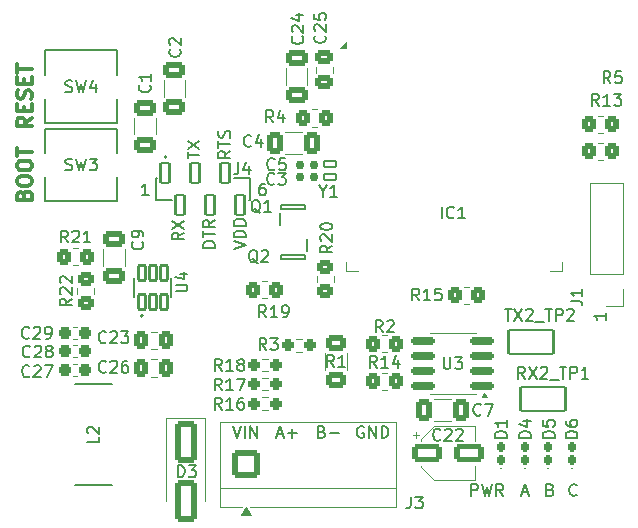
<source format=gto>
G04 #@! TF.GenerationSoftware,KiCad,Pcbnew,9.0.4*
G04 #@! TF.CreationDate,2025-10-05T21:49:41+02:00*
G04 #@! TF.ProjectId,modbus-to-x,6d6f6462-7573-42d7-946f-2d782e6b6963,rev?*
G04 #@! TF.SameCoordinates,Original*
G04 #@! TF.FileFunction,Legend,Top*
G04 #@! TF.FilePolarity,Positive*
%FSLAX46Y46*%
G04 Gerber Fmt 4.6, Leading zero omitted, Abs format (unit mm)*
G04 Created by KiCad (PCBNEW 9.0.4) date 2025-10-05 21:49:41*
%MOMM*%
%LPD*%
G01*
G04 APERTURE LIST*
G04 Aperture macros list*
%AMRoundRect*
0 Rectangle with rounded corners*
0 $1 Rounding radius*
0 $2 $3 $4 $5 $6 $7 $8 $9 X,Y pos of 4 corners*
0 Add a 4 corners polygon primitive as box body*
4,1,4,$2,$3,$4,$5,$6,$7,$8,$9,$2,$3,0*
0 Add four circle primitives for the rounded corners*
1,1,$1+$1,$2,$3*
1,1,$1+$1,$4,$5*
1,1,$1+$1,$6,$7*
1,1,$1+$1,$8,$9*
0 Add four rect primitives between the rounded corners*
20,1,$1+$1,$2,$3,$4,$5,0*
20,1,$1+$1,$4,$5,$6,$7,0*
20,1,$1+$1,$6,$7,$8,$9,0*
20,1,$1+$1,$8,$9,$2,$3,0*%
G04 Aperture macros list end*
%ADD10C,0.150000*%
%ADD11C,0.300000*%
%ADD12C,0.120000*%
%ADD13C,0.152400*%
%ADD14C,0.200000*%
%ADD15C,0.100000*%
%ADD16C,0.127000*%
%ADD17C,1.700000*%
%ADD18R,1.700000X1.700000*%
%ADD19RoundRect,0.250000X0.650000X-0.412500X0.650000X0.412500X-0.650000X0.412500X-0.650000X-0.412500X0*%
%ADD20RoundRect,0.237500X-0.250000X-0.237500X0.250000X-0.237500X0.250000X0.237500X-0.250000X0.237500X0*%
%ADD21RoundRect,0.250000X0.337500X0.475000X-0.337500X0.475000X-0.337500X-0.475000X0.337500X-0.475000X0*%
%ADD22RoundRect,0.102000X0.500000X-0.250000X0.500000X0.250000X-0.500000X0.250000X-0.500000X-0.250000X0*%
%ADD23RoundRect,0.250000X0.350000X0.450000X-0.350000X0.450000X-0.350000X-0.450000X0.350000X-0.450000X0*%
%ADD24RoundRect,0.250000X-1.050000X-0.550000X1.050000X-0.550000X1.050000X0.550000X-1.050000X0.550000X0*%
%ADD25RoundRect,0.155000X-0.212500X-0.155000X0.212500X-0.155000X0.212500X0.155000X-0.212500X0.155000X0*%
%ADD26R,0.660400X1.346200*%
%ADD27RoundRect,0.237500X0.300000X0.237500X-0.300000X0.237500X-0.300000X-0.237500X0.300000X-0.237500X0*%
%ADD28RoundRect,0.250000X-0.650000X0.412500X-0.650000X-0.412500X0.650000X-0.412500X0.650000X0.412500X0*%
%ADD29R,0.500000X1.000000*%
%ADD30RoundRect,0.160000X0.160000X-0.222500X0.160000X0.222500X-0.160000X0.222500X-0.160000X-0.222500X0*%
%ADD31RoundRect,0.250000X-0.350000X-0.450000X0.350000X-0.450000X0.350000X0.450000X-0.350000X0.450000X0*%
%ADD32RoundRect,0.250000X-0.337500X-0.475000X0.337500X-0.475000X0.337500X0.475000X-0.337500X0.475000X0*%
%ADD33RoundRect,0.250000X0.412500X0.650000X-0.412500X0.650000X-0.412500X-0.650000X0.412500X-0.650000X0*%
%ADD34RoundRect,0.250001X-0.949999X-0.949999X0.949999X-0.949999X0.949999X0.949999X-0.949999X0.949999X0*%
%ADD35C,2.400000*%
%ADD36RoundRect,0.102000X1.900000X1.015000X-1.900000X1.015000X-1.900000X-1.015000X1.900000X-1.015000X0*%
%ADD37RoundRect,0.250000X-0.450000X0.350000X-0.450000X-0.350000X0.450000X-0.350000X0.450000X0.350000X0*%
%ADD38RoundRect,0.250000X-0.475000X0.337500X-0.475000X-0.337500X0.475000X-0.337500X0.475000X0.337500X0*%
%ADD39RoundRect,0.250000X-0.650000X1.500000X-0.650000X-1.500000X0.650000X-1.500000X0.650000X1.500000X0*%
%ADD40RoundRect,0.250000X-0.625000X0.400000X-0.625000X-0.400000X0.625000X-0.400000X0.625000X0.400000X0*%
%ADD41RoundRect,0.250000X-0.412500X-0.650000X0.412500X-0.650000X0.412500X0.650000X-0.412500X0.650000X0*%
%ADD42RoundRect,0.150000X0.825000X0.150000X-0.825000X0.150000X-0.825000X-0.150000X0.825000X-0.150000X0*%
%ADD43RoundRect,0.250000X0.450000X-0.350000X0.450000X0.350000X-0.450000X0.350000X-0.450000X-0.350000X0*%
%ADD44RoundRect,0.099250X0.297750X-0.627750X0.297750X0.627750X-0.297750X0.627750X-0.297750X-0.627750X0*%
%ADD45R,2.209800X8.001000*%
%ADD46R,1.500000X0.900000*%
%ADD47R,0.900000X1.500000*%
%ADD48C,0.600000*%
%ADD49R,3.800000X3.800000*%
%ADD50RoundRect,0.102000X0.370000X0.850000X-0.370000X0.850000X-0.370000X-0.850000X0.370000X-0.850000X0*%
G04 APERTURE END LIST*
D10*
X106339865Y-121146009D02*
X106482722Y-121193628D01*
X106482722Y-121193628D02*
X106530341Y-121241247D01*
X106530341Y-121241247D02*
X106577960Y-121336485D01*
X106577960Y-121336485D02*
X106577960Y-121479342D01*
X106577960Y-121479342D02*
X106530341Y-121574580D01*
X106530341Y-121574580D02*
X106482722Y-121622200D01*
X106482722Y-121622200D02*
X106387484Y-121669819D01*
X106387484Y-121669819D02*
X106006532Y-121669819D01*
X106006532Y-121669819D02*
X106006532Y-120669819D01*
X106006532Y-120669819D02*
X106339865Y-120669819D01*
X106339865Y-120669819D02*
X106435103Y-120717438D01*
X106435103Y-120717438D02*
X106482722Y-120765057D01*
X106482722Y-120765057D02*
X106530341Y-120860295D01*
X106530341Y-120860295D02*
X106530341Y-120955533D01*
X106530341Y-120955533D02*
X106482722Y-121050771D01*
X106482722Y-121050771D02*
X106435103Y-121098390D01*
X106435103Y-121098390D02*
X106339865Y-121146009D01*
X106339865Y-121146009D02*
X106006532Y-121146009D01*
X107006532Y-121288866D02*
X107768437Y-121288866D01*
X94669819Y-104291792D02*
X94193628Y-104625125D01*
X94669819Y-104863220D02*
X93669819Y-104863220D01*
X93669819Y-104863220D02*
X93669819Y-104482268D01*
X93669819Y-104482268D02*
X93717438Y-104387030D01*
X93717438Y-104387030D02*
X93765057Y-104339411D01*
X93765057Y-104339411D02*
X93860295Y-104291792D01*
X93860295Y-104291792D02*
X94003152Y-104291792D01*
X94003152Y-104291792D02*
X94098390Y-104339411D01*
X94098390Y-104339411D02*
X94146009Y-104387030D01*
X94146009Y-104387030D02*
X94193628Y-104482268D01*
X94193628Y-104482268D02*
X94193628Y-104863220D01*
X93669819Y-103958458D02*
X94669819Y-103291792D01*
X93669819Y-103291792D02*
X94669819Y-103958458D01*
X127908857Y-126489254D02*
X127861238Y-126536874D01*
X127861238Y-126536874D02*
X127718381Y-126584493D01*
X127718381Y-126584493D02*
X127623143Y-126584493D01*
X127623143Y-126584493D02*
X127480286Y-126536874D01*
X127480286Y-126536874D02*
X127385048Y-126441635D01*
X127385048Y-126441635D02*
X127337429Y-126346397D01*
X127337429Y-126346397D02*
X127289810Y-126155921D01*
X127289810Y-126155921D02*
X127289810Y-126013064D01*
X127289810Y-126013064D02*
X127337429Y-125822588D01*
X127337429Y-125822588D02*
X127385048Y-125727350D01*
X127385048Y-125727350D02*
X127480286Y-125632112D01*
X127480286Y-125632112D02*
X127623143Y-125584493D01*
X127623143Y-125584493D02*
X127718381Y-125584493D01*
X127718381Y-125584493D02*
X127861238Y-125632112D01*
X127861238Y-125632112D02*
X127908857Y-125679731D01*
X123309810Y-126298778D02*
X123786000Y-126298778D01*
X123214572Y-126584493D02*
X123547905Y-125584493D01*
X123547905Y-125584493D02*
X123881238Y-126584493D01*
X130375819Y-111093285D02*
X130375819Y-111664713D01*
X130375819Y-111378999D02*
X129375819Y-111378999D01*
X129375819Y-111378999D02*
X129518676Y-111474237D01*
X129518676Y-111474237D02*
X129613914Y-111569475D01*
X129613914Y-111569475D02*
X129661533Y-111664713D01*
X102530341Y-121384104D02*
X103006531Y-121384104D01*
X102435103Y-121669819D02*
X102768436Y-120669819D01*
X102768436Y-120669819D02*
X103101769Y-121669819D01*
X103435103Y-121288866D02*
X104197008Y-121288866D01*
X103816055Y-121669819D02*
X103816055Y-120907914D01*
X98569819Y-97391792D02*
X98093628Y-97725125D01*
X98569819Y-97963220D02*
X97569819Y-97963220D01*
X97569819Y-97963220D02*
X97569819Y-97582268D01*
X97569819Y-97582268D02*
X97617438Y-97487030D01*
X97617438Y-97487030D02*
X97665057Y-97439411D01*
X97665057Y-97439411D02*
X97760295Y-97391792D01*
X97760295Y-97391792D02*
X97903152Y-97391792D01*
X97903152Y-97391792D02*
X97998390Y-97439411D01*
X97998390Y-97439411D02*
X98046009Y-97487030D01*
X98046009Y-97487030D02*
X98093628Y-97582268D01*
X98093628Y-97582268D02*
X98093628Y-97963220D01*
X97569819Y-97106077D02*
X97569819Y-96534649D01*
X98569819Y-96820363D02*
X97569819Y-96820363D01*
X98522200Y-96248934D02*
X98569819Y-96106077D01*
X98569819Y-96106077D02*
X98569819Y-95867982D01*
X98569819Y-95867982D02*
X98522200Y-95772744D01*
X98522200Y-95772744D02*
X98474580Y-95725125D01*
X98474580Y-95725125D02*
X98379342Y-95677506D01*
X98379342Y-95677506D02*
X98284104Y-95677506D01*
X98284104Y-95677506D02*
X98188866Y-95725125D01*
X98188866Y-95725125D02*
X98141247Y-95772744D01*
X98141247Y-95772744D02*
X98093628Y-95867982D01*
X98093628Y-95867982D02*
X98046009Y-96058458D01*
X98046009Y-96058458D02*
X97998390Y-96153696D01*
X97998390Y-96153696D02*
X97950771Y-96201315D01*
X97950771Y-96201315D02*
X97855533Y-96248934D01*
X97855533Y-96248934D02*
X97760295Y-96248934D01*
X97760295Y-96248934D02*
X97665057Y-96201315D01*
X97665057Y-96201315D02*
X97617438Y-96153696D01*
X97617438Y-96153696D02*
X97569819Y-96058458D01*
X97569819Y-96058458D02*
X97569819Y-95820363D01*
X97569819Y-95820363D02*
X97617438Y-95677506D01*
X125680762Y-126060683D02*
X125823619Y-126108302D01*
X125823619Y-126108302D02*
X125871238Y-126155921D01*
X125871238Y-126155921D02*
X125918857Y-126251159D01*
X125918857Y-126251159D02*
X125918857Y-126394016D01*
X125918857Y-126394016D02*
X125871238Y-126489254D01*
X125871238Y-126489254D02*
X125823619Y-126536874D01*
X125823619Y-126536874D02*
X125728381Y-126584493D01*
X125728381Y-126584493D02*
X125347429Y-126584493D01*
X125347429Y-126584493D02*
X125347429Y-125584493D01*
X125347429Y-125584493D02*
X125680762Y-125584493D01*
X125680762Y-125584493D02*
X125776000Y-125632112D01*
X125776000Y-125632112D02*
X125823619Y-125679731D01*
X125823619Y-125679731D02*
X125871238Y-125774969D01*
X125871238Y-125774969D02*
X125871238Y-125870207D01*
X125871238Y-125870207D02*
X125823619Y-125965445D01*
X125823619Y-125965445D02*
X125776000Y-126013064D01*
X125776000Y-126013064D02*
X125680762Y-126060683D01*
X125680762Y-126060683D02*
X125347429Y-126060683D01*
X97269819Y-105563220D02*
X96269819Y-105563220D01*
X96269819Y-105563220D02*
X96269819Y-105325125D01*
X96269819Y-105325125D02*
X96317438Y-105182268D01*
X96317438Y-105182268D02*
X96412676Y-105087030D01*
X96412676Y-105087030D02*
X96507914Y-105039411D01*
X96507914Y-105039411D02*
X96698390Y-104991792D01*
X96698390Y-104991792D02*
X96841247Y-104991792D01*
X96841247Y-104991792D02*
X97031723Y-105039411D01*
X97031723Y-105039411D02*
X97126961Y-105087030D01*
X97126961Y-105087030D02*
X97222200Y-105182268D01*
X97222200Y-105182268D02*
X97269819Y-105325125D01*
X97269819Y-105325125D02*
X97269819Y-105563220D01*
X96269819Y-104706077D02*
X96269819Y-104134649D01*
X97269819Y-104420363D02*
X96269819Y-104420363D01*
X97269819Y-103229887D02*
X96793628Y-103563220D01*
X97269819Y-103801315D02*
X96269819Y-103801315D01*
X96269819Y-103801315D02*
X96269819Y-103420363D01*
X96269819Y-103420363D02*
X96317438Y-103325125D01*
X96317438Y-103325125D02*
X96365057Y-103277506D01*
X96365057Y-103277506D02*
X96460295Y-103229887D01*
X96460295Y-103229887D02*
X96603152Y-103229887D01*
X96603152Y-103229887D02*
X96698390Y-103277506D01*
X96698390Y-103277506D02*
X96746009Y-103325125D01*
X96746009Y-103325125D02*
X96793628Y-103420363D01*
X96793628Y-103420363D02*
X96793628Y-103801315D01*
D11*
X81771823Y-94574127D02*
X81176585Y-94990793D01*
X81771823Y-95288412D02*
X80521823Y-95288412D01*
X80521823Y-95288412D02*
X80521823Y-94812222D01*
X80521823Y-94812222D02*
X80581347Y-94693174D01*
X80581347Y-94693174D02*
X80640871Y-94633651D01*
X80640871Y-94633651D02*
X80759919Y-94574127D01*
X80759919Y-94574127D02*
X80938490Y-94574127D01*
X80938490Y-94574127D02*
X81057538Y-94633651D01*
X81057538Y-94633651D02*
X81117061Y-94693174D01*
X81117061Y-94693174D02*
X81176585Y-94812222D01*
X81176585Y-94812222D02*
X81176585Y-95288412D01*
X81117061Y-94038412D02*
X81117061Y-93621746D01*
X81771823Y-93443174D02*
X81771823Y-94038412D01*
X81771823Y-94038412D02*
X80521823Y-94038412D01*
X80521823Y-94038412D02*
X80521823Y-93443174D01*
X81712300Y-92966984D02*
X81771823Y-92788413D01*
X81771823Y-92788413D02*
X81771823Y-92490794D01*
X81771823Y-92490794D02*
X81712300Y-92371746D01*
X81712300Y-92371746D02*
X81652776Y-92312222D01*
X81652776Y-92312222D02*
X81533728Y-92252699D01*
X81533728Y-92252699D02*
X81414680Y-92252699D01*
X81414680Y-92252699D02*
X81295633Y-92312222D01*
X81295633Y-92312222D02*
X81236109Y-92371746D01*
X81236109Y-92371746D02*
X81176585Y-92490794D01*
X81176585Y-92490794D02*
X81117061Y-92728889D01*
X81117061Y-92728889D02*
X81057538Y-92847937D01*
X81057538Y-92847937D02*
X80998014Y-92907460D01*
X80998014Y-92907460D02*
X80878966Y-92966984D01*
X80878966Y-92966984D02*
X80759919Y-92966984D01*
X80759919Y-92966984D02*
X80640871Y-92907460D01*
X80640871Y-92907460D02*
X80581347Y-92847937D01*
X80581347Y-92847937D02*
X80521823Y-92728889D01*
X80521823Y-92728889D02*
X80521823Y-92431270D01*
X80521823Y-92431270D02*
X80581347Y-92252699D01*
X81117061Y-91716984D02*
X81117061Y-91300318D01*
X81771823Y-91121746D02*
X81771823Y-91716984D01*
X81771823Y-91716984D02*
X80521823Y-91716984D01*
X80521823Y-91716984D02*
X80521823Y-91121746D01*
X80521823Y-90764604D02*
X80521823Y-90050318D01*
X81771823Y-90407461D02*
X80521823Y-90407461D01*
D10*
X98869819Y-105706077D02*
X99869819Y-105372744D01*
X99869819Y-105372744D02*
X98869819Y-105039411D01*
X99869819Y-104706077D02*
X98869819Y-104706077D01*
X98869819Y-104706077D02*
X98869819Y-104467982D01*
X98869819Y-104467982D02*
X98917438Y-104325125D01*
X98917438Y-104325125D02*
X99012676Y-104229887D01*
X99012676Y-104229887D02*
X99107914Y-104182268D01*
X99107914Y-104182268D02*
X99298390Y-104134649D01*
X99298390Y-104134649D02*
X99441247Y-104134649D01*
X99441247Y-104134649D02*
X99631723Y-104182268D01*
X99631723Y-104182268D02*
X99726961Y-104229887D01*
X99726961Y-104229887D02*
X99822200Y-104325125D01*
X99822200Y-104325125D02*
X99869819Y-104467982D01*
X99869819Y-104467982D02*
X99869819Y-104706077D01*
X99869819Y-103706077D02*
X98869819Y-103706077D01*
X98869819Y-103706077D02*
X98869819Y-103467982D01*
X98869819Y-103467982D02*
X98917438Y-103325125D01*
X98917438Y-103325125D02*
X99012676Y-103229887D01*
X99012676Y-103229887D02*
X99107914Y-103182268D01*
X99107914Y-103182268D02*
X99298390Y-103134649D01*
X99298390Y-103134649D02*
X99441247Y-103134649D01*
X99441247Y-103134649D02*
X99631723Y-103182268D01*
X99631723Y-103182268D02*
X99726961Y-103229887D01*
X99726961Y-103229887D02*
X99822200Y-103325125D01*
X99822200Y-103325125D02*
X99869819Y-103467982D01*
X99869819Y-103467982D02*
X99869819Y-103706077D01*
D11*
X81117061Y-101120146D02*
X81176585Y-100941574D01*
X81176585Y-100941574D02*
X81236109Y-100882051D01*
X81236109Y-100882051D02*
X81355157Y-100822527D01*
X81355157Y-100822527D02*
X81533728Y-100822527D01*
X81533728Y-100822527D02*
X81652776Y-100882051D01*
X81652776Y-100882051D02*
X81712300Y-100941574D01*
X81712300Y-100941574D02*
X81771823Y-101060622D01*
X81771823Y-101060622D02*
X81771823Y-101536812D01*
X81771823Y-101536812D02*
X80521823Y-101536812D01*
X80521823Y-101536812D02*
X80521823Y-101120146D01*
X80521823Y-101120146D02*
X80581347Y-101001098D01*
X80581347Y-101001098D02*
X80640871Y-100941574D01*
X80640871Y-100941574D02*
X80759919Y-100882051D01*
X80759919Y-100882051D02*
X80878966Y-100882051D01*
X80878966Y-100882051D02*
X80998014Y-100941574D01*
X80998014Y-100941574D02*
X81057538Y-101001098D01*
X81057538Y-101001098D02*
X81117061Y-101120146D01*
X81117061Y-101120146D02*
X81117061Y-101536812D01*
X80521823Y-100048717D02*
X80521823Y-99810622D01*
X80521823Y-99810622D02*
X80581347Y-99691574D01*
X80581347Y-99691574D02*
X80700395Y-99572527D01*
X80700395Y-99572527D02*
X80938490Y-99513003D01*
X80938490Y-99513003D02*
X81355157Y-99513003D01*
X81355157Y-99513003D02*
X81593252Y-99572527D01*
X81593252Y-99572527D02*
X81712300Y-99691574D01*
X81712300Y-99691574D02*
X81771823Y-99810622D01*
X81771823Y-99810622D02*
X81771823Y-100048717D01*
X81771823Y-100048717D02*
X81712300Y-100167765D01*
X81712300Y-100167765D02*
X81593252Y-100286812D01*
X81593252Y-100286812D02*
X81355157Y-100346336D01*
X81355157Y-100346336D02*
X80938490Y-100346336D01*
X80938490Y-100346336D02*
X80700395Y-100286812D01*
X80700395Y-100286812D02*
X80581347Y-100167765D01*
X80581347Y-100167765D02*
X80521823Y-100048717D01*
X80521823Y-98739193D02*
X80521823Y-98501098D01*
X80521823Y-98501098D02*
X80581347Y-98382050D01*
X80581347Y-98382050D02*
X80700395Y-98263003D01*
X80700395Y-98263003D02*
X80938490Y-98203479D01*
X80938490Y-98203479D02*
X81355157Y-98203479D01*
X81355157Y-98203479D02*
X81593252Y-98263003D01*
X81593252Y-98263003D02*
X81712300Y-98382050D01*
X81712300Y-98382050D02*
X81771823Y-98501098D01*
X81771823Y-98501098D02*
X81771823Y-98739193D01*
X81771823Y-98739193D02*
X81712300Y-98858241D01*
X81712300Y-98858241D02*
X81593252Y-98977288D01*
X81593252Y-98977288D02*
X81355157Y-99036812D01*
X81355157Y-99036812D02*
X80938490Y-99036812D01*
X80938490Y-99036812D02*
X80700395Y-98977288D01*
X80700395Y-98977288D02*
X80581347Y-98858241D01*
X80581347Y-98858241D02*
X80521823Y-98739193D01*
X80521823Y-97846336D02*
X80521823Y-97132050D01*
X81771823Y-97489193D02*
X80521823Y-97489193D01*
D10*
X98792246Y-120669819D02*
X99125579Y-121669819D01*
X99125579Y-121669819D02*
X99458912Y-120669819D01*
X99792246Y-121669819D02*
X99792246Y-120669819D01*
X100268436Y-121669819D02*
X100268436Y-120669819D01*
X100268436Y-120669819D02*
X100839864Y-121669819D01*
X100839864Y-121669819D02*
X100839864Y-120669819D01*
X94969819Y-98006077D02*
X94969819Y-97434649D01*
X95969819Y-97720363D02*
X94969819Y-97720363D01*
X94969819Y-97196553D02*
X95969819Y-96529887D01*
X94969819Y-96529887D02*
X95969819Y-97196553D01*
X101501750Y-100139619D02*
X101311274Y-100139619D01*
X101311274Y-100139619D02*
X101216036Y-100187238D01*
X101216036Y-100187238D02*
X101168417Y-100234857D01*
X101168417Y-100234857D02*
X101073179Y-100377714D01*
X101073179Y-100377714D02*
X101025560Y-100568190D01*
X101025560Y-100568190D02*
X101025560Y-100949142D01*
X101025560Y-100949142D02*
X101073179Y-101044380D01*
X101073179Y-101044380D02*
X101120798Y-101092000D01*
X101120798Y-101092000D02*
X101216036Y-101139619D01*
X101216036Y-101139619D02*
X101406512Y-101139619D01*
X101406512Y-101139619D02*
X101501750Y-101092000D01*
X101501750Y-101092000D02*
X101549369Y-101044380D01*
X101549369Y-101044380D02*
X101596988Y-100949142D01*
X101596988Y-100949142D02*
X101596988Y-100711047D01*
X101596988Y-100711047D02*
X101549369Y-100615809D01*
X101549369Y-100615809D02*
X101501750Y-100568190D01*
X101501750Y-100568190D02*
X101406512Y-100520571D01*
X101406512Y-100520571D02*
X101216036Y-100520571D01*
X101216036Y-100520571D02*
X101120798Y-100568190D01*
X101120798Y-100568190D02*
X101073179Y-100615809D01*
X101073179Y-100615809D02*
X101025560Y-100711047D01*
X109860588Y-120717438D02*
X109765350Y-120669819D01*
X109765350Y-120669819D02*
X109622493Y-120669819D01*
X109622493Y-120669819D02*
X109479636Y-120717438D01*
X109479636Y-120717438D02*
X109384398Y-120812676D01*
X109384398Y-120812676D02*
X109336779Y-120907914D01*
X109336779Y-120907914D02*
X109289160Y-121098390D01*
X109289160Y-121098390D02*
X109289160Y-121241247D01*
X109289160Y-121241247D02*
X109336779Y-121431723D01*
X109336779Y-121431723D02*
X109384398Y-121526961D01*
X109384398Y-121526961D02*
X109479636Y-121622200D01*
X109479636Y-121622200D02*
X109622493Y-121669819D01*
X109622493Y-121669819D02*
X109717731Y-121669819D01*
X109717731Y-121669819D02*
X109860588Y-121622200D01*
X109860588Y-121622200D02*
X109908207Y-121574580D01*
X109908207Y-121574580D02*
X109908207Y-121241247D01*
X109908207Y-121241247D02*
X109717731Y-121241247D01*
X110336779Y-121669819D02*
X110336779Y-120669819D01*
X110336779Y-120669819D02*
X110908207Y-121669819D01*
X110908207Y-121669819D02*
X110908207Y-120669819D01*
X111384398Y-121669819D02*
X111384398Y-120669819D01*
X111384398Y-120669819D02*
X111622493Y-120669819D01*
X111622493Y-120669819D02*
X111765350Y-120717438D01*
X111765350Y-120717438D02*
X111860588Y-120812676D01*
X111860588Y-120812676D02*
X111908207Y-120907914D01*
X111908207Y-120907914D02*
X111955826Y-121098390D01*
X111955826Y-121098390D02*
X111955826Y-121241247D01*
X111955826Y-121241247D02*
X111908207Y-121431723D01*
X111908207Y-121431723D02*
X111860588Y-121526961D01*
X111860588Y-121526961D02*
X111765350Y-121622200D01*
X111765350Y-121622200D02*
X111622493Y-121669819D01*
X111622493Y-121669819D02*
X111384398Y-121669819D01*
X91665588Y-101139619D02*
X91094160Y-101139619D01*
X91379874Y-101139619D02*
X91379874Y-100139619D01*
X91379874Y-100139619D02*
X91284636Y-100282476D01*
X91284636Y-100282476D02*
X91189398Y-100377714D01*
X91189398Y-100377714D02*
X91094160Y-100425333D01*
X118964572Y-126584493D02*
X118964572Y-125584493D01*
X118964572Y-125584493D02*
X119345524Y-125584493D01*
X119345524Y-125584493D02*
X119440762Y-125632112D01*
X119440762Y-125632112D02*
X119488381Y-125679731D01*
X119488381Y-125679731D02*
X119536000Y-125774969D01*
X119536000Y-125774969D02*
X119536000Y-125917826D01*
X119536000Y-125917826D02*
X119488381Y-126013064D01*
X119488381Y-126013064D02*
X119440762Y-126060683D01*
X119440762Y-126060683D02*
X119345524Y-126108302D01*
X119345524Y-126108302D02*
X118964572Y-126108302D01*
X119869334Y-125584493D02*
X120107429Y-126584493D01*
X120107429Y-126584493D02*
X120297905Y-125870207D01*
X120297905Y-125870207D02*
X120488381Y-126584493D01*
X120488381Y-126584493D02*
X120726477Y-125584493D01*
X121678857Y-126584493D02*
X121345524Y-126108302D01*
X121107429Y-126584493D02*
X121107429Y-125584493D01*
X121107429Y-125584493D02*
X121488381Y-125584493D01*
X121488381Y-125584493D02*
X121583619Y-125632112D01*
X121583619Y-125632112D02*
X121631238Y-125679731D01*
X121631238Y-125679731D02*
X121678857Y-125774969D01*
X121678857Y-125774969D02*
X121678857Y-125917826D01*
X121678857Y-125917826D02*
X121631238Y-126013064D01*
X121631238Y-126013064D02*
X121583619Y-126060683D01*
X121583619Y-126060683D02*
X121488381Y-126108302D01*
X121488381Y-126108302D02*
X121107429Y-126108302D01*
X127391819Y-110082333D02*
X128106104Y-110082333D01*
X128106104Y-110082333D02*
X128248961Y-110129952D01*
X128248961Y-110129952D02*
X128344200Y-110225190D01*
X128344200Y-110225190D02*
X128391819Y-110368047D01*
X128391819Y-110368047D02*
X128391819Y-110463285D01*
X128391819Y-109082333D02*
X128391819Y-109653761D01*
X128391819Y-109368047D02*
X127391819Y-109368047D01*
X127391819Y-109368047D02*
X127534676Y-109463285D01*
X127534676Y-109463285D02*
X127629914Y-109558523D01*
X127629914Y-109558523D02*
X127677533Y-109653761D01*
X91748780Y-91809866D02*
X91796400Y-91857485D01*
X91796400Y-91857485D02*
X91844019Y-92000342D01*
X91844019Y-92000342D02*
X91844019Y-92095580D01*
X91844019Y-92095580D02*
X91796400Y-92238437D01*
X91796400Y-92238437D02*
X91701161Y-92333675D01*
X91701161Y-92333675D02*
X91605923Y-92381294D01*
X91605923Y-92381294D02*
X91415447Y-92428913D01*
X91415447Y-92428913D02*
X91272590Y-92428913D01*
X91272590Y-92428913D02*
X91082114Y-92381294D01*
X91082114Y-92381294D02*
X90986876Y-92333675D01*
X90986876Y-92333675D02*
X90891638Y-92238437D01*
X90891638Y-92238437D02*
X90844019Y-92095580D01*
X90844019Y-92095580D02*
X90844019Y-92000342D01*
X90844019Y-92000342D02*
X90891638Y-91857485D01*
X90891638Y-91857485D02*
X90939257Y-91809866D01*
X91844019Y-90857485D02*
X91844019Y-91428913D01*
X91844019Y-91143199D02*
X90844019Y-91143199D01*
X90844019Y-91143199D02*
X90986876Y-91238437D01*
X90986876Y-91238437D02*
X91082114Y-91333675D01*
X91082114Y-91333675D02*
X91129733Y-91428913D01*
X97857142Y-117650419D02*
X97523809Y-117174228D01*
X97285714Y-117650419D02*
X97285714Y-116650419D01*
X97285714Y-116650419D02*
X97666666Y-116650419D01*
X97666666Y-116650419D02*
X97761904Y-116698038D01*
X97761904Y-116698038D02*
X97809523Y-116745657D01*
X97809523Y-116745657D02*
X97857142Y-116840895D01*
X97857142Y-116840895D02*
X97857142Y-116983752D01*
X97857142Y-116983752D02*
X97809523Y-117078990D01*
X97809523Y-117078990D02*
X97761904Y-117126609D01*
X97761904Y-117126609D02*
X97666666Y-117174228D01*
X97666666Y-117174228D02*
X97285714Y-117174228D01*
X98809523Y-117650419D02*
X98238095Y-117650419D01*
X98523809Y-117650419D02*
X98523809Y-116650419D01*
X98523809Y-116650419D02*
X98428571Y-116793276D01*
X98428571Y-116793276D02*
X98333333Y-116888514D01*
X98333333Y-116888514D02*
X98238095Y-116936133D01*
X99142857Y-116650419D02*
X99809523Y-116650419D01*
X99809523Y-116650419D02*
X99380952Y-117650419D01*
X88057142Y-113559580D02*
X88009523Y-113607200D01*
X88009523Y-113607200D02*
X87866666Y-113654819D01*
X87866666Y-113654819D02*
X87771428Y-113654819D01*
X87771428Y-113654819D02*
X87628571Y-113607200D01*
X87628571Y-113607200D02*
X87533333Y-113511961D01*
X87533333Y-113511961D02*
X87485714Y-113416723D01*
X87485714Y-113416723D02*
X87438095Y-113226247D01*
X87438095Y-113226247D02*
X87438095Y-113083390D01*
X87438095Y-113083390D02*
X87485714Y-112892914D01*
X87485714Y-112892914D02*
X87533333Y-112797676D01*
X87533333Y-112797676D02*
X87628571Y-112702438D01*
X87628571Y-112702438D02*
X87771428Y-112654819D01*
X87771428Y-112654819D02*
X87866666Y-112654819D01*
X87866666Y-112654819D02*
X88009523Y-112702438D01*
X88009523Y-112702438D02*
X88057142Y-112750057D01*
X88438095Y-112750057D02*
X88485714Y-112702438D01*
X88485714Y-112702438D02*
X88580952Y-112654819D01*
X88580952Y-112654819D02*
X88819047Y-112654819D01*
X88819047Y-112654819D02*
X88914285Y-112702438D01*
X88914285Y-112702438D02*
X88961904Y-112750057D01*
X88961904Y-112750057D02*
X89009523Y-112845295D01*
X89009523Y-112845295D02*
X89009523Y-112940533D01*
X89009523Y-112940533D02*
X88961904Y-113083390D01*
X88961904Y-113083390D02*
X88390476Y-113654819D01*
X88390476Y-113654819D02*
X89009523Y-113654819D01*
X89342857Y-112654819D02*
X89961904Y-112654819D01*
X89961904Y-112654819D02*
X89628571Y-113035771D01*
X89628571Y-113035771D02*
X89771428Y-113035771D01*
X89771428Y-113035771D02*
X89866666Y-113083390D01*
X89866666Y-113083390D02*
X89914285Y-113131009D01*
X89914285Y-113131009D02*
X89961904Y-113226247D01*
X89961904Y-113226247D02*
X89961904Y-113464342D01*
X89961904Y-113464342D02*
X89914285Y-113559580D01*
X89914285Y-113559580D02*
X89866666Y-113607200D01*
X89866666Y-113607200D02*
X89771428Y-113654819D01*
X89771428Y-113654819D02*
X89485714Y-113654819D01*
X89485714Y-113654819D02*
X89390476Y-113607200D01*
X89390476Y-113607200D02*
X89342857Y-113559580D01*
X106423809Y-100778628D02*
X106423809Y-101254819D01*
X106090476Y-100254819D02*
X106423809Y-100778628D01*
X106423809Y-100778628D02*
X106757142Y-100254819D01*
X107614285Y-101254819D02*
X107042857Y-101254819D01*
X107328571Y-101254819D02*
X107328571Y-100254819D01*
X107328571Y-100254819D02*
X107233333Y-100397676D01*
X107233333Y-100397676D02*
X107138095Y-100492914D01*
X107138095Y-100492914D02*
X107042857Y-100540533D01*
X129786142Y-93545819D02*
X129452809Y-93069628D01*
X129214714Y-93545819D02*
X129214714Y-92545819D01*
X129214714Y-92545819D02*
X129595666Y-92545819D01*
X129595666Y-92545819D02*
X129690904Y-92593438D01*
X129690904Y-92593438D02*
X129738523Y-92641057D01*
X129738523Y-92641057D02*
X129786142Y-92736295D01*
X129786142Y-92736295D02*
X129786142Y-92879152D01*
X129786142Y-92879152D02*
X129738523Y-92974390D01*
X129738523Y-92974390D02*
X129690904Y-93022009D01*
X129690904Y-93022009D02*
X129595666Y-93069628D01*
X129595666Y-93069628D02*
X129214714Y-93069628D01*
X130738523Y-93545819D02*
X130167095Y-93545819D01*
X130452809Y-93545819D02*
X130452809Y-92545819D01*
X130452809Y-92545819D02*
X130357571Y-92688676D01*
X130357571Y-92688676D02*
X130262333Y-92783914D01*
X130262333Y-92783914D02*
X130167095Y-92831533D01*
X131071857Y-92545819D02*
X131690904Y-92545819D01*
X131690904Y-92545819D02*
X131357571Y-92926771D01*
X131357571Y-92926771D02*
X131500428Y-92926771D01*
X131500428Y-92926771D02*
X131595666Y-92974390D01*
X131595666Y-92974390D02*
X131643285Y-93022009D01*
X131643285Y-93022009D02*
X131690904Y-93117247D01*
X131690904Y-93117247D02*
X131690904Y-93355342D01*
X131690904Y-93355342D02*
X131643285Y-93450580D01*
X131643285Y-93450580D02*
X131595666Y-93498200D01*
X131595666Y-93498200D02*
X131500428Y-93545819D01*
X131500428Y-93545819D02*
X131214714Y-93545819D01*
X131214714Y-93545819D02*
X131119476Y-93498200D01*
X131119476Y-93498200D02*
X131071857Y-93450580D01*
X130770333Y-91640819D02*
X130437000Y-91164628D01*
X130198905Y-91640819D02*
X130198905Y-90640819D01*
X130198905Y-90640819D02*
X130579857Y-90640819D01*
X130579857Y-90640819D02*
X130675095Y-90688438D01*
X130675095Y-90688438D02*
X130722714Y-90736057D01*
X130722714Y-90736057D02*
X130770333Y-90831295D01*
X130770333Y-90831295D02*
X130770333Y-90974152D01*
X130770333Y-90974152D02*
X130722714Y-91069390D01*
X130722714Y-91069390D02*
X130675095Y-91117009D01*
X130675095Y-91117009D02*
X130579857Y-91164628D01*
X130579857Y-91164628D02*
X130198905Y-91164628D01*
X131675095Y-90640819D02*
X131198905Y-90640819D01*
X131198905Y-90640819D02*
X131151286Y-91117009D01*
X131151286Y-91117009D02*
X131198905Y-91069390D01*
X131198905Y-91069390D02*
X131294143Y-91021771D01*
X131294143Y-91021771D02*
X131532238Y-91021771D01*
X131532238Y-91021771D02*
X131627476Y-91069390D01*
X131627476Y-91069390D02*
X131675095Y-91117009D01*
X131675095Y-91117009D02*
X131722714Y-91212247D01*
X131722714Y-91212247D02*
X131722714Y-91450342D01*
X131722714Y-91450342D02*
X131675095Y-91545580D01*
X131675095Y-91545580D02*
X131627476Y-91593200D01*
X131627476Y-91593200D02*
X131532238Y-91640819D01*
X131532238Y-91640819D02*
X131294143Y-91640819D01*
X131294143Y-91640819D02*
X131198905Y-91593200D01*
X131198905Y-91593200D02*
X131151286Y-91545580D01*
X116377697Y-121803647D02*
X116330078Y-121851267D01*
X116330078Y-121851267D02*
X116187221Y-121898886D01*
X116187221Y-121898886D02*
X116091983Y-121898886D01*
X116091983Y-121898886D02*
X115949126Y-121851267D01*
X115949126Y-121851267D02*
X115853888Y-121756028D01*
X115853888Y-121756028D02*
X115806269Y-121660790D01*
X115806269Y-121660790D02*
X115758650Y-121470314D01*
X115758650Y-121470314D02*
X115758650Y-121327457D01*
X115758650Y-121327457D02*
X115806269Y-121136981D01*
X115806269Y-121136981D02*
X115853888Y-121041743D01*
X115853888Y-121041743D02*
X115949126Y-120946505D01*
X115949126Y-120946505D02*
X116091983Y-120898886D01*
X116091983Y-120898886D02*
X116187221Y-120898886D01*
X116187221Y-120898886D02*
X116330078Y-120946505D01*
X116330078Y-120946505D02*
X116377697Y-120994124D01*
X116758650Y-120994124D02*
X116806269Y-120946505D01*
X116806269Y-120946505D02*
X116901507Y-120898886D01*
X116901507Y-120898886D02*
X117139602Y-120898886D01*
X117139602Y-120898886D02*
X117234840Y-120946505D01*
X117234840Y-120946505D02*
X117282459Y-120994124D01*
X117282459Y-120994124D02*
X117330078Y-121089362D01*
X117330078Y-121089362D02*
X117330078Y-121184600D01*
X117330078Y-121184600D02*
X117282459Y-121327457D01*
X117282459Y-121327457D02*
X116711031Y-121898886D01*
X116711031Y-121898886D02*
X117330078Y-121898886D01*
X117711031Y-120994124D02*
X117758650Y-120946505D01*
X117758650Y-120946505D02*
X117853888Y-120898886D01*
X117853888Y-120898886D02*
X118091983Y-120898886D01*
X118091983Y-120898886D02*
X118187221Y-120946505D01*
X118187221Y-120946505D02*
X118234840Y-120994124D01*
X118234840Y-120994124D02*
X118282459Y-121089362D01*
X118282459Y-121089362D02*
X118282459Y-121184600D01*
X118282459Y-121184600D02*
X118234840Y-121327457D01*
X118234840Y-121327457D02*
X117663412Y-121898886D01*
X117663412Y-121898886D02*
X118282459Y-121898886D01*
X102314691Y-100139231D02*
X102267072Y-100186851D01*
X102267072Y-100186851D02*
X102124215Y-100234470D01*
X102124215Y-100234470D02*
X102028977Y-100234470D01*
X102028977Y-100234470D02*
X101886120Y-100186851D01*
X101886120Y-100186851D02*
X101790882Y-100091612D01*
X101790882Y-100091612D02*
X101743263Y-99996374D01*
X101743263Y-99996374D02*
X101695644Y-99805898D01*
X101695644Y-99805898D02*
X101695644Y-99663041D01*
X101695644Y-99663041D02*
X101743263Y-99472565D01*
X101743263Y-99472565D02*
X101790882Y-99377327D01*
X101790882Y-99377327D02*
X101886120Y-99282089D01*
X101886120Y-99282089D02*
X102028977Y-99234470D01*
X102028977Y-99234470D02*
X102124215Y-99234470D01*
X102124215Y-99234470D02*
X102267072Y-99282089D01*
X102267072Y-99282089D02*
X102314691Y-99329708D01*
X102648025Y-99234470D02*
X103267072Y-99234470D01*
X103267072Y-99234470D02*
X102933739Y-99615422D01*
X102933739Y-99615422D02*
X103076596Y-99615422D01*
X103076596Y-99615422D02*
X103171834Y-99663041D01*
X103171834Y-99663041D02*
X103219453Y-99710660D01*
X103219453Y-99710660D02*
X103267072Y-99805898D01*
X103267072Y-99805898D02*
X103267072Y-100043993D01*
X103267072Y-100043993D02*
X103219453Y-100139231D01*
X103219453Y-100139231D02*
X103171834Y-100186851D01*
X103171834Y-100186851D02*
X103076596Y-100234470D01*
X103076596Y-100234470D02*
X102790882Y-100234470D01*
X102790882Y-100234470D02*
X102695644Y-100186851D01*
X102695644Y-100186851D02*
X102648025Y-100139231D01*
X102326556Y-98912986D02*
X102278937Y-98960606D01*
X102278937Y-98960606D02*
X102136080Y-99008225D01*
X102136080Y-99008225D02*
X102040842Y-99008225D01*
X102040842Y-99008225D02*
X101897985Y-98960606D01*
X101897985Y-98960606D02*
X101802747Y-98865367D01*
X101802747Y-98865367D02*
X101755128Y-98770129D01*
X101755128Y-98770129D02*
X101707509Y-98579653D01*
X101707509Y-98579653D02*
X101707509Y-98436796D01*
X101707509Y-98436796D02*
X101755128Y-98246320D01*
X101755128Y-98246320D02*
X101802747Y-98151082D01*
X101802747Y-98151082D02*
X101897985Y-98055844D01*
X101897985Y-98055844D02*
X102040842Y-98008225D01*
X102040842Y-98008225D02*
X102136080Y-98008225D01*
X102136080Y-98008225D02*
X102278937Y-98055844D01*
X102278937Y-98055844D02*
X102326556Y-98103463D01*
X103231318Y-98008225D02*
X102755128Y-98008225D01*
X102755128Y-98008225D02*
X102707509Y-98484415D01*
X102707509Y-98484415D02*
X102755128Y-98436796D01*
X102755128Y-98436796D02*
X102850366Y-98389177D01*
X102850366Y-98389177D02*
X103088461Y-98389177D01*
X103088461Y-98389177D02*
X103183699Y-98436796D01*
X103183699Y-98436796D02*
X103231318Y-98484415D01*
X103231318Y-98484415D02*
X103278937Y-98579653D01*
X103278937Y-98579653D02*
X103278937Y-98817748D01*
X103278937Y-98817748D02*
X103231318Y-98912986D01*
X103231318Y-98912986D02*
X103183699Y-98960606D01*
X103183699Y-98960606D02*
X103088461Y-99008225D01*
X103088461Y-99008225D02*
X102850366Y-99008225D01*
X102850366Y-99008225D02*
X102755128Y-98960606D01*
X102755128Y-98960606D02*
X102707509Y-98912986D01*
X84620267Y-98984600D02*
X84763124Y-99032219D01*
X84763124Y-99032219D02*
X85001219Y-99032219D01*
X85001219Y-99032219D02*
X85096457Y-98984600D01*
X85096457Y-98984600D02*
X85144076Y-98936980D01*
X85144076Y-98936980D02*
X85191695Y-98841742D01*
X85191695Y-98841742D02*
X85191695Y-98746504D01*
X85191695Y-98746504D02*
X85144076Y-98651266D01*
X85144076Y-98651266D02*
X85096457Y-98603647D01*
X85096457Y-98603647D02*
X85001219Y-98556028D01*
X85001219Y-98556028D02*
X84810743Y-98508409D01*
X84810743Y-98508409D02*
X84715505Y-98460790D01*
X84715505Y-98460790D02*
X84667886Y-98413171D01*
X84667886Y-98413171D02*
X84620267Y-98317933D01*
X84620267Y-98317933D02*
X84620267Y-98222695D01*
X84620267Y-98222695D02*
X84667886Y-98127457D01*
X84667886Y-98127457D02*
X84715505Y-98079838D01*
X84715505Y-98079838D02*
X84810743Y-98032219D01*
X84810743Y-98032219D02*
X85048838Y-98032219D01*
X85048838Y-98032219D02*
X85191695Y-98079838D01*
X85525029Y-98032219D02*
X85763124Y-99032219D01*
X85763124Y-99032219D02*
X85953600Y-98317933D01*
X85953600Y-98317933D02*
X86144076Y-99032219D01*
X86144076Y-99032219D02*
X86382172Y-98032219D01*
X86667886Y-98032219D02*
X87286933Y-98032219D01*
X87286933Y-98032219D02*
X86953600Y-98413171D01*
X86953600Y-98413171D02*
X87096457Y-98413171D01*
X87096457Y-98413171D02*
X87191695Y-98460790D01*
X87191695Y-98460790D02*
X87239314Y-98508409D01*
X87239314Y-98508409D02*
X87286933Y-98603647D01*
X87286933Y-98603647D02*
X87286933Y-98841742D01*
X87286933Y-98841742D02*
X87239314Y-98936980D01*
X87239314Y-98936980D02*
X87191695Y-98984600D01*
X87191695Y-98984600D02*
X87096457Y-99032219D01*
X87096457Y-99032219D02*
X86810743Y-99032219D01*
X86810743Y-99032219D02*
X86715505Y-98984600D01*
X86715505Y-98984600D02*
X86667886Y-98936980D01*
X81551542Y-113186380D02*
X81503923Y-113234000D01*
X81503923Y-113234000D02*
X81361066Y-113281619D01*
X81361066Y-113281619D02*
X81265828Y-113281619D01*
X81265828Y-113281619D02*
X81122971Y-113234000D01*
X81122971Y-113234000D02*
X81027733Y-113138761D01*
X81027733Y-113138761D02*
X80980114Y-113043523D01*
X80980114Y-113043523D02*
X80932495Y-112853047D01*
X80932495Y-112853047D02*
X80932495Y-112710190D01*
X80932495Y-112710190D02*
X80980114Y-112519714D01*
X80980114Y-112519714D02*
X81027733Y-112424476D01*
X81027733Y-112424476D02*
X81122971Y-112329238D01*
X81122971Y-112329238D02*
X81265828Y-112281619D01*
X81265828Y-112281619D02*
X81361066Y-112281619D01*
X81361066Y-112281619D02*
X81503923Y-112329238D01*
X81503923Y-112329238D02*
X81551542Y-112376857D01*
X81932495Y-112376857D02*
X81980114Y-112329238D01*
X81980114Y-112329238D02*
X82075352Y-112281619D01*
X82075352Y-112281619D02*
X82313447Y-112281619D01*
X82313447Y-112281619D02*
X82408685Y-112329238D01*
X82408685Y-112329238D02*
X82456304Y-112376857D01*
X82456304Y-112376857D02*
X82503923Y-112472095D01*
X82503923Y-112472095D02*
X82503923Y-112567333D01*
X82503923Y-112567333D02*
X82456304Y-112710190D01*
X82456304Y-112710190D02*
X81884876Y-113281619D01*
X81884876Y-113281619D02*
X82503923Y-113281619D01*
X82980114Y-113281619D02*
X83170590Y-113281619D01*
X83170590Y-113281619D02*
X83265828Y-113234000D01*
X83265828Y-113234000D02*
X83313447Y-113186380D01*
X83313447Y-113186380D02*
X83408685Y-113043523D01*
X83408685Y-113043523D02*
X83456304Y-112853047D01*
X83456304Y-112853047D02*
X83456304Y-112472095D01*
X83456304Y-112472095D02*
X83408685Y-112376857D01*
X83408685Y-112376857D02*
X83361066Y-112329238D01*
X83361066Y-112329238D02*
X83265828Y-112281619D01*
X83265828Y-112281619D02*
X83075352Y-112281619D01*
X83075352Y-112281619D02*
X82980114Y-112329238D01*
X82980114Y-112329238D02*
X82932495Y-112376857D01*
X82932495Y-112376857D02*
X82884876Y-112472095D01*
X82884876Y-112472095D02*
X82884876Y-112710190D01*
X82884876Y-112710190D02*
X82932495Y-112805428D01*
X82932495Y-112805428D02*
X82980114Y-112853047D01*
X82980114Y-112853047D02*
X83075352Y-112900666D01*
X83075352Y-112900666D02*
X83265828Y-112900666D01*
X83265828Y-112900666D02*
X83361066Y-112853047D01*
X83361066Y-112853047D02*
X83408685Y-112805428D01*
X83408685Y-112805428D02*
X83456304Y-112710190D01*
X94314180Y-88787266D02*
X94361800Y-88834885D01*
X94361800Y-88834885D02*
X94409419Y-88977742D01*
X94409419Y-88977742D02*
X94409419Y-89072980D01*
X94409419Y-89072980D02*
X94361800Y-89215837D01*
X94361800Y-89215837D02*
X94266561Y-89311075D01*
X94266561Y-89311075D02*
X94171323Y-89358694D01*
X94171323Y-89358694D02*
X93980847Y-89406313D01*
X93980847Y-89406313D02*
X93837990Y-89406313D01*
X93837990Y-89406313D02*
X93647514Y-89358694D01*
X93647514Y-89358694D02*
X93552276Y-89311075D01*
X93552276Y-89311075D02*
X93457038Y-89215837D01*
X93457038Y-89215837D02*
X93409419Y-89072980D01*
X93409419Y-89072980D02*
X93409419Y-88977742D01*
X93409419Y-88977742D02*
X93457038Y-88834885D01*
X93457038Y-88834885D02*
X93504657Y-88787266D01*
X93504657Y-88406313D02*
X93457038Y-88358694D01*
X93457038Y-88358694D02*
X93409419Y-88263456D01*
X93409419Y-88263456D02*
X93409419Y-88025361D01*
X93409419Y-88025361D02*
X93457038Y-87930123D01*
X93457038Y-87930123D02*
X93504657Y-87882504D01*
X93504657Y-87882504D02*
X93599895Y-87834885D01*
X93599895Y-87834885D02*
X93695133Y-87834885D01*
X93695133Y-87834885D02*
X93837990Y-87882504D01*
X93837990Y-87882504D02*
X94409419Y-88453932D01*
X94409419Y-88453932D02*
X94409419Y-87834885D01*
X100910161Y-106893257D02*
X100814923Y-106845638D01*
X100814923Y-106845638D02*
X100719685Y-106750400D01*
X100719685Y-106750400D02*
X100576828Y-106607542D01*
X100576828Y-106607542D02*
X100481590Y-106559923D01*
X100481590Y-106559923D02*
X100386352Y-106559923D01*
X100433971Y-106798019D02*
X100338733Y-106750400D01*
X100338733Y-106750400D02*
X100243495Y-106655161D01*
X100243495Y-106655161D02*
X100195876Y-106464685D01*
X100195876Y-106464685D02*
X100195876Y-106131352D01*
X100195876Y-106131352D02*
X100243495Y-105940876D01*
X100243495Y-105940876D02*
X100338733Y-105845638D01*
X100338733Y-105845638D02*
X100433971Y-105798019D01*
X100433971Y-105798019D02*
X100624447Y-105798019D01*
X100624447Y-105798019D02*
X100719685Y-105845638D01*
X100719685Y-105845638D02*
X100814923Y-105940876D01*
X100814923Y-105940876D02*
X100862542Y-106131352D01*
X100862542Y-106131352D02*
X100862542Y-106464685D01*
X100862542Y-106464685D02*
X100814923Y-106655161D01*
X100814923Y-106655161D02*
X100719685Y-106750400D01*
X100719685Y-106750400D02*
X100624447Y-106798019D01*
X100624447Y-106798019D02*
X100433971Y-106798019D01*
X101243495Y-105893257D02*
X101291114Y-105845638D01*
X101291114Y-105845638D02*
X101386352Y-105798019D01*
X101386352Y-105798019D02*
X101624447Y-105798019D01*
X101624447Y-105798019D02*
X101719685Y-105845638D01*
X101719685Y-105845638D02*
X101767304Y-105893257D01*
X101767304Y-105893257D02*
X101814923Y-105988495D01*
X101814923Y-105988495D02*
X101814923Y-106083733D01*
X101814923Y-106083733D02*
X101767304Y-106226590D01*
X101767304Y-106226590D02*
X101195876Y-106798019D01*
X101195876Y-106798019D02*
X101814923Y-106798019D01*
X91130980Y-105073066D02*
X91178600Y-105120685D01*
X91178600Y-105120685D02*
X91226219Y-105263542D01*
X91226219Y-105263542D02*
X91226219Y-105358780D01*
X91226219Y-105358780D02*
X91178600Y-105501637D01*
X91178600Y-105501637D02*
X91083361Y-105596875D01*
X91083361Y-105596875D02*
X90988123Y-105644494D01*
X90988123Y-105644494D02*
X90797647Y-105692113D01*
X90797647Y-105692113D02*
X90654790Y-105692113D01*
X90654790Y-105692113D02*
X90464314Y-105644494D01*
X90464314Y-105644494D02*
X90369076Y-105596875D01*
X90369076Y-105596875D02*
X90273838Y-105501637D01*
X90273838Y-105501637D02*
X90226219Y-105358780D01*
X90226219Y-105358780D02*
X90226219Y-105263542D01*
X90226219Y-105263542D02*
X90273838Y-105120685D01*
X90273838Y-105120685D02*
X90321457Y-105073066D01*
X91226219Y-104596875D02*
X91226219Y-104406399D01*
X91226219Y-104406399D02*
X91178600Y-104311161D01*
X91178600Y-104311161D02*
X91130980Y-104263542D01*
X91130980Y-104263542D02*
X90988123Y-104168304D01*
X90988123Y-104168304D02*
X90797647Y-104120685D01*
X90797647Y-104120685D02*
X90416695Y-104120685D01*
X90416695Y-104120685D02*
X90321457Y-104168304D01*
X90321457Y-104168304D02*
X90273838Y-104215923D01*
X90273838Y-104215923D02*
X90226219Y-104311161D01*
X90226219Y-104311161D02*
X90226219Y-104501637D01*
X90226219Y-104501637D02*
X90273838Y-104596875D01*
X90273838Y-104596875D02*
X90321457Y-104644494D01*
X90321457Y-104644494D02*
X90416695Y-104692113D01*
X90416695Y-104692113D02*
X90654790Y-104692113D01*
X90654790Y-104692113D02*
X90750028Y-104644494D01*
X90750028Y-104644494D02*
X90797647Y-104596875D01*
X90797647Y-104596875D02*
X90845266Y-104501637D01*
X90845266Y-104501637D02*
X90845266Y-104311161D01*
X90845266Y-104311161D02*
X90797647Y-104215923D01*
X90797647Y-104215923D02*
X90750028Y-104168304D01*
X90750028Y-104168304D02*
X90654790Y-104120685D01*
X126036669Y-121666994D02*
X125036669Y-121666994D01*
X125036669Y-121666994D02*
X125036669Y-121428899D01*
X125036669Y-121428899D02*
X125084288Y-121286042D01*
X125084288Y-121286042D02*
X125179526Y-121190804D01*
X125179526Y-121190804D02*
X125274764Y-121143185D01*
X125274764Y-121143185D02*
X125465240Y-121095566D01*
X125465240Y-121095566D02*
X125608097Y-121095566D01*
X125608097Y-121095566D02*
X125798573Y-121143185D01*
X125798573Y-121143185D02*
X125893811Y-121190804D01*
X125893811Y-121190804D02*
X125989050Y-121286042D01*
X125989050Y-121286042D02*
X126036669Y-121428899D01*
X126036669Y-121428899D02*
X126036669Y-121666994D01*
X125036669Y-120190804D02*
X125036669Y-120666994D01*
X125036669Y-120666994D02*
X125512859Y-120714613D01*
X125512859Y-120714613D02*
X125465240Y-120666994D01*
X125465240Y-120666994D02*
X125417621Y-120571756D01*
X125417621Y-120571756D02*
X125417621Y-120333661D01*
X125417621Y-120333661D02*
X125465240Y-120238423D01*
X125465240Y-120238423D02*
X125512859Y-120190804D01*
X125512859Y-120190804D02*
X125608097Y-120143185D01*
X125608097Y-120143185D02*
X125846192Y-120143185D01*
X125846192Y-120143185D02*
X125941430Y-120190804D01*
X125941430Y-120190804D02*
X125989050Y-120238423D01*
X125989050Y-120238423D02*
X126036669Y-120333661D01*
X126036669Y-120333661D02*
X126036669Y-120571756D01*
X126036669Y-120571756D02*
X125989050Y-120666994D01*
X125989050Y-120666994D02*
X125941430Y-120714613D01*
X101628733Y-114225619D02*
X101295400Y-113749428D01*
X101057305Y-114225619D02*
X101057305Y-113225619D01*
X101057305Y-113225619D02*
X101438257Y-113225619D01*
X101438257Y-113225619D02*
X101533495Y-113273238D01*
X101533495Y-113273238D02*
X101581114Y-113320857D01*
X101581114Y-113320857D02*
X101628733Y-113416095D01*
X101628733Y-113416095D02*
X101628733Y-113558952D01*
X101628733Y-113558952D02*
X101581114Y-113654190D01*
X101581114Y-113654190D02*
X101533495Y-113701809D01*
X101533495Y-113701809D02*
X101438257Y-113749428D01*
X101438257Y-113749428D02*
X101057305Y-113749428D01*
X101962067Y-113225619D02*
X102581114Y-113225619D01*
X102581114Y-113225619D02*
X102247781Y-113606571D01*
X102247781Y-113606571D02*
X102390638Y-113606571D01*
X102390638Y-113606571D02*
X102485876Y-113654190D01*
X102485876Y-113654190D02*
X102533495Y-113701809D01*
X102533495Y-113701809D02*
X102581114Y-113797047D01*
X102581114Y-113797047D02*
X102581114Y-114035142D01*
X102581114Y-114035142D02*
X102533495Y-114130380D01*
X102533495Y-114130380D02*
X102485876Y-114178000D01*
X102485876Y-114178000D02*
X102390638Y-114225619D01*
X102390638Y-114225619D02*
X102104924Y-114225619D01*
X102104924Y-114225619D02*
X102009686Y-114178000D01*
X102009686Y-114178000D02*
X101962067Y-114130380D01*
X84828142Y-105129219D02*
X84494809Y-104653028D01*
X84256714Y-105129219D02*
X84256714Y-104129219D01*
X84256714Y-104129219D02*
X84637666Y-104129219D01*
X84637666Y-104129219D02*
X84732904Y-104176838D01*
X84732904Y-104176838D02*
X84780523Y-104224457D01*
X84780523Y-104224457D02*
X84828142Y-104319695D01*
X84828142Y-104319695D02*
X84828142Y-104462552D01*
X84828142Y-104462552D02*
X84780523Y-104557790D01*
X84780523Y-104557790D02*
X84732904Y-104605409D01*
X84732904Y-104605409D02*
X84637666Y-104653028D01*
X84637666Y-104653028D02*
X84256714Y-104653028D01*
X85209095Y-104224457D02*
X85256714Y-104176838D01*
X85256714Y-104176838D02*
X85351952Y-104129219D01*
X85351952Y-104129219D02*
X85590047Y-104129219D01*
X85590047Y-104129219D02*
X85685285Y-104176838D01*
X85685285Y-104176838D02*
X85732904Y-104224457D01*
X85732904Y-104224457D02*
X85780523Y-104319695D01*
X85780523Y-104319695D02*
X85780523Y-104414933D01*
X85780523Y-104414933D02*
X85732904Y-104557790D01*
X85732904Y-104557790D02*
X85161476Y-105129219D01*
X85161476Y-105129219D02*
X85780523Y-105129219D01*
X86732904Y-105129219D02*
X86161476Y-105129219D01*
X86447190Y-105129219D02*
X86447190Y-104129219D01*
X86447190Y-104129219D02*
X86351952Y-104272076D01*
X86351952Y-104272076D02*
X86256714Y-104367314D01*
X86256714Y-104367314D02*
X86161476Y-104414933D01*
X121980469Y-121666994D02*
X120980469Y-121666994D01*
X120980469Y-121666994D02*
X120980469Y-121428899D01*
X120980469Y-121428899D02*
X121028088Y-121286042D01*
X121028088Y-121286042D02*
X121123326Y-121190804D01*
X121123326Y-121190804D02*
X121218564Y-121143185D01*
X121218564Y-121143185D02*
X121409040Y-121095566D01*
X121409040Y-121095566D02*
X121551897Y-121095566D01*
X121551897Y-121095566D02*
X121742373Y-121143185D01*
X121742373Y-121143185D02*
X121837611Y-121190804D01*
X121837611Y-121190804D02*
X121932850Y-121286042D01*
X121932850Y-121286042D02*
X121980469Y-121428899D01*
X121980469Y-121428899D02*
X121980469Y-121666994D01*
X121980469Y-120143185D02*
X121980469Y-120714613D01*
X121980469Y-120428899D02*
X120980469Y-120428899D01*
X120980469Y-120428899D02*
X121123326Y-120524137D01*
X121123326Y-120524137D02*
X121218564Y-120619375D01*
X121218564Y-120619375D02*
X121266183Y-120714613D01*
X127975869Y-121666994D02*
X126975869Y-121666994D01*
X126975869Y-121666994D02*
X126975869Y-121428899D01*
X126975869Y-121428899D02*
X127023488Y-121286042D01*
X127023488Y-121286042D02*
X127118726Y-121190804D01*
X127118726Y-121190804D02*
X127213964Y-121143185D01*
X127213964Y-121143185D02*
X127404440Y-121095566D01*
X127404440Y-121095566D02*
X127547297Y-121095566D01*
X127547297Y-121095566D02*
X127737773Y-121143185D01*
X127737773Y-121143185D02*
X127833011Y-121190804D01*
X127833011Y-121190804D02*
X127928250Y-121286042D01*
X127928250Y-121286042D02*
X127975869Y-121428899D01*
X127975869Y-121428899D02*
X127975869Y-121666994D01*
X126975869Y-120238423D02*
X126975869Y-120428899D01*
X126975869Y-120428899D02*
X127023488Y-120524137D01*
X127023488Y-120524137D02*
X127071107Y-120571756D01*
X127071107Y-120571756D02*
X127213964Y-120666994D01*
X127213964Y-120666994D02*
X127404440Y-120714613D01*
X127404440Y-120714613D02*
X127785392Y-120714613D01*
X127785392Y-120714613D02*
X127880630Y-120666994D01*
X127880630Y-120666994D02*
X127928250Y-120619375D01*
X127928250Y-120619375D02*
X127975869Y-120524137D01*
X127975869Y-120524137D02*
X127975869Y-120333661D01*
X127975869Y-120333661D02*
X127928250Y-120238423D01*
X127928250Y-120238423D02*
X127880630Y-120190804D01*
X127880630Y-120190804D02*
X127785392Y-120143185D01*
X127785392Y-120143185D02*
X127547297Y-120143185D01*
X127547297Y-120143185D02*
X127452059Y-120190804D01*
X127452059Y-120190804D02*
X127404440Y-120238423D01*
X127404440Y-120238423D02*
X127356821Y-120333661D01*
X127356821Y-120333661D02*
X127356821Y-120524137D01*
X127356821Y-120524137D02*
X127404440Y-120619375D01*
X127404440Y-120619375D02*
X127452059Y-120666994D01*
X127452059Y-120666994D02*
X127547297Y-120714613D01*
X88057142Y-116056580D02*
X88009523Y-116104200D01*
X88009523Y-116104200D02*
X87866666Y-116151819D01*
X87866666Y-116151819D02*
X87771428Y-116151819D01*
X87771428Y-116151819D02*
X87628571Y-116104200D01*
X87628571Y-116104200D02*
X87533333Y-116008961D01*
X87533333Y-116008961D02*
X87485714Y-115913723D01*
X87485714Y-115913723D02*
X87438095Y-115723247D01*
X87438095Y-115723247D02*
X87438095Y-115580390D01*
X87438095Y-115580390D02*
X87485714Y-115389914D01*
X87485714Y-115389914D02*
X87533333Y-115294676D01*
X87533333Y-115294676D02*
X87628571Y-115199438D01*
X87628571Y-115199438D02*
X87771428Y-115151819D01*
X87771428Y-115151819D02*
X87866666Y-115151819D01*
X87866666Y-115151819D02*
X88009523Y-115199438D01*
X88009523Y-115199438D02*
X88057142Y-115247057D01*
X88438095Y-115247057D02*
X88485714Y-115199438D01*
X88485714Y-115199438D02*
X88580952Y-115151819D01*
X88580952Y-115151819D02*
X88819047Y-115151819D01*
X88819047Y-115151819D02*
X88914285Y-115199438D01*
X88914285Y-115199438D02*
X88961904Y-115247057D01*
X88961904Y-115247057D02*
X89009523Y-115342295D01*
X89009523Y-115342295D02*
X89009523Y-115437533D01*
X89009523Y-115437533D02*
X88961904Y-115580390D01*
X88961904Y-115580390D02*
X88390476Y-116151819D01*
X88390476Y-116151819D02*
X89009523Y-116151819D01*
X89866666Y-115151819D02*
X89676190Y-115151819D01*
X89676190Y-115151819D02*
X89580952Y-115199438D01*
X89580952Y-115199438D02*
X89533333Y-115247057D01*
X89533333Y-115247057D02*
X89438095Y-115389914D01*
X89438095Y-115389914D02*
X89390476Y-115580390D01*
X89390476Y-115580390D02*
X89390476Y-115961342D01*
X89390476Y-115961342D02*
X89438095Y-116056580D01*
X89438095Y-116056580D02*
X89485714Y-116104200D01*
X89485714Y-116104200D02*
X89580952Y-116151819D01*
X89580952Y-116151819D02*
X89771428Y-116151819D01*
X89771428Y-116151819D02*
X89866666Y-116104200D01*
X89866666Y-116104200D02*
X89914285Y-116056580D01*
X89914285Y-116056580D02*
X89961904Y-115961342D01*
X89961904Y-115961342D02*
X89961904Y-115723247D01*
X89961904Y-115723247D02*
X89914285Y-115628009D01*
X89914285Y-115628009D02*
X89866666Y-115580390D01*
X89866666Y-115580390D02*
X89771428Y-115532771D01*
X89771428Y-115532771D02*
X89580952Y-115532771D01*
X89580952Y-115532771D02*
X89485714Y-115580390D01*
X89485714Y-115580390D02*
X89438095Y-115628009D01*
X89438095Y-115628009D02*
X89390476Y-115723247D01*
X97857142Y-119276019D02*
X97523809Y-118799828D01*
X97285714Y-119276019D02*
X97285714Y-118276019D01*
X97285714Y-118276019D02*
X97666666Y-118276019D01*
X97666666Y-118276019D02*
X97761904Y-118323638D01*
X97761904Y-118323638D02*
X97809523Y-118371257D01*
X97809523Y-118371257D02*
X97857142Y-118466495D01*
X97857142Y-118466495D02*
X97857142Y-118609352D01*
X97857142Y-118609352D02*
X97809523Y-118704590D01*
X97809523Y-118704590D02*
X97761904Y-118752209D01*
X97761904Y-118752209D02*
X97666666Y-118799828D01*
X97666666Y-118799828D02*
X97285714Y-118799828D01*
X98809523Y-119276019D02*
X98238095Y-119276019D01*
X98523809Y-119276019D02*
X98523809Y-118276019D01*
X98523809Y-118276019D02*
X98428571Y-118418876D01*
X98428571Y-118418876D02*
X98333333Y-118514114D01*
X98333333Y-118514114D02*
X98238095Y-118561733D01*
X99666666Y-118276019D02*
X99476190Y-118276019D01*
X99476190Y-118276019D02*
X99380952Y-118323638D01*
X99380952Y-118323638D02*
X99333333Y-118371257D01*
X99333333Y-118371257D02*
X99238095Y-118514114D01*
X99238095Y-118514114D02*
X99190476Y-118704590D01*
X99190476Y-118704590D02*
X99190476Y-119085542D01*
X99190476Y-119085542D02*
X99238095Y-119180780D01*
X99238095Y-119180780D02*
X99285714Y-119228400D01*
X99285714Y-119228400D02*
X99380952Y-119276019D01*
X99380952Y-119276019D02*
X99571428Y-119276019D01*
X99571428Y-119276019D02*
X99666666Y-119228400D01*
X99666666Y-119228400D02*
X99714285Y-119180780D01*
X99714285Y-119180780D02*
X99761904Y-119085542D01*
X99761904Y-119085542D02*
X99761904Y-118847447D01*
X99761904Y-118847447D02*
X99714285Y-118752209D01*
X99714285Y-118752209D02*
X99666666Y-118704590D01*
X99666666Y-118704590D02*
X99571428Y-118656971D01*
X99571428Y-118656971D02*
X99380952Y-118656971D01*
X99380952Y-118656971D02*
X99285714Y-118704590D01*
X99285714Y-118704590D02*
X99238095Y-118752209D01*
X99238095Y-118752209D02*
X99190476Y-118847447D01*
X111475733Y-112722819D02*
X111142400Y-112246628D01*
X110904305Y-112722819D02*
X110904305Y-111722819D01*
X110904305Y-111722819D02*
X111285257Y-111722819D01*
X111285257Y-111722819D02*
X111380495Y-111770438D01*
X111380495Y-111770438D02*
X111428114Y-111818057D01*
X111428114Y-111818057D02*
X111475733Y-111913295D01*
X111475733Y-111913295D02*
X111475733Y-112056152D01*
X111475733Y-112056152D02*
X111428114Y-112151390D01*
X111428114Y-112151390D02*
X111380495Y-112199009D01*
X111380495Y-112199009D02*
X111285257Y-112246628D01*
X111285257Y-112246628D02*
X110904305Y-112246628D01*
X111856686Y-111818057D02*
X111904305Y-111770438D01*
X111904305Y-111770438D02*
X111999543Y-111722819D01*
X111999543Y-111722819D02*
X112237638Y-111722819D01*
X112237638Y-111722819D02*
X112332876Y-111770438D01*
X112332876Y-111770438D02*
X112380495Y-111818057D01*
X112380495Y-111818057D02*
X112428114Y-111913295D01*
X112428114Y-111913295D02*
X112428114Y-112008533D01*
X112428114Y-112008533D02*
X112380495Y-112151390D01*
X112380495Y-112151390D02*
X111809067Y-112722819D01*
X111809067Y-112722819D02*
X112428114Y-112722819D01*
X81576942Y-116437580D02*
X81529323Y-116485200D01*
X81529323Y-116485200D02*
X81386466Y-116532819D01*
X81386466Y-116532819D02*
X81291228Y-116532819D01*
X81291228Y-116532819D02*
X81148371Y-116485200D01*
X81148371Y-116485200D02*
X81053133Y-116389961D01*
X81053133Y-116389961D02*
X81005514Y-116294723D01*
X81005514Y-116294723D02*
X80957895Y-116104247D01*
X80957895Y-116104247D02*
X80957895Y-115961390D01*
X80957895Y-115961390D02*
X81005514Y-115770914D01*
X81005514Y-115770914D02*
X81053133Y-115675676D01*
X81053133Y-115675676D02*
X81148371Y-115580438D01*
X81148371Y-115580438D02*
X81291228Y-115532819D01*
X81291228Y-115532819D02*
X81386466Y-115532819D01*
X81386466Y-115532819D02*
X81529323Y-115580438D01*
X81529323Y-115580438D02*
X81576942Y-115628057D01*
X81957895Y-115628057D02*
X82005514Y-115580438D01*
X82005514Y-115580438D02*
X82100752Y-115532819D01*
X82100752Y-115532819D02*
X82338847Y-115532819D01*
X82338847Y-115532819D02*
X82434085Y-115580438D01*
X82434085Y-115580438D02*
X82481704Y-115628057D01*
X82481704Y-115628057D02*
X82529323Y-115723295D01*
X82529323Y-115723295D02*
X82529323Y-115818533D01*
X82529323Y-115818533D02*
X82481704Y-115961390D01*
X82481704Y-115961390D02*
X81910276Y-116532819D01*
X81910276Y-116532819D02*
X82529323Y-116532819D01*
X82862657Y-115532819D02*
X83529323Y-115532819D01*
X83529323Y-115532819D02*
X83100752Y-116532819D01*
X100355133Y-96932580D02*
X100307514Y-96980200D01*
X100307514Y-96980200D02*
X100164657Y-97027819D01*
X100164657Y-97027819D02*
X100069419Y-97027819D01*
X100069419Y-97027819D02*
X99926562Y-96980200D01*
X99926562Y-96980200D02*
X99831324Y-96884961D01*
X99831324Y-96884961D02*
X99783705Y-96789723D01*
X99783705Y-96789723D02*
X99736086Y-96599247D01*
X99736086Y-96599247D02*
X99736086Y-96456390D01*
X99736086Y-96456390D02*
X99783705Y-96265914D01*
X99783705Y-96265914D02*
X99831324Y-96170676D01*
X99831324Y-96170676D02*
X99926562Y-96075438D01*
X99926562Y-96075438D02*
X100069419Y-96027819D01*
X100069419Y-96027819D02*
X100164657Y-96027819D01*
X100164657Y-96027819D02*
X100307514Y-96075438D01*
X100307514Y-96075438D02*
X100355133Y-96123057D01*
X101212276Y-96361152D02*
X101212276Y-97027819D01*
X100974181Y-95980200D02*
X100736086Y-96694485D01*
X100736086Y-96694485D02*
X101355133Y-96694485D01*
X101607142Y-111454819D02*
X101273809Y-110978628D01*
X101035714Y-111454819D02*
X101035714Y-110454819D01*
X101035714Y-110454819D02*
X101416666Y-110454819D01*
X101416666Y-110454819D02*
X101511904Y-110502438D01*
X101511904Y-110502438D02*
X101559523Y-110550057D01*
X101559523Y-110550057D02*
X101607142Y-110645295D01*
X101607142Y-110645295D02*
X101607142Y-110788152D01*
X101607142Y-110788152D02*
X101559523Y-110883390D01*
X101559523Y-110883390D02*
X101511904Y-110931009D01*
X101511904Y-110931009D02*
X101416666Y-110978628D01*
X101416666Y-110978628D02*
X101035714Y-110978628D01*
X102559523Y-111454819D02*
X101988095Y-111454819D01*
X102273809Y-111454819D02*
X102273809Y-110454819D01*
X102273809Y-110454819D02*
X102178571Y-110597676D01*
X102178571Y-110597676D02*
X102083333Y-110692914D01*
X102083333Y-110692914D02*
X101988095Y-110740533D01*
X103035714Y-111454819D02*
X103226190Y-111454819D01*
X103226190Y-111454819D02*
X103321428Y-111407200D01*
X103321428Y-111407200D02*
X103369047Y-111359580D01*
X103369047Y-111359580D02*
X103464285Y-111216723D01*
X103464285Y-111216723D02*
X103511904Y-111026247D01*
X103511904Y-111026247D02*
X103511904Y-110645295D01*
X103511904Y-110645295D02*
X103464285Y-110550057D01*
X103464285Y-110550057D02*
X103416666Y-110502438D01*
X103416666Y-110502438D02*
X103321428Y-110454819D01*
X103321428Y-110454819D02*
X103130952Y-110454819D01*
X103130952Y-110454819D02*
X103035714Y-110502438D01*
X103035714Y-110502438D02*
X102988095Y-110550057D01*
X102988095Y-110550057D02*
X102940476Y-110645295D01*
X102940476Y-110645295D02*
X102940476Y-110883390D01*
X102940476Y-110883390D02*
X102988095Y-110978628D01*
X102988095Y-110978628D02*
X103035714Y-111026247D01*
X103035714Y-111026247D02*
X103130952Y-111073866D01*
X103130952Y-111073866D02*
X103321428Y-111073866D01*
X103321428Y-111073866D02*
X103416666Y-111026247D01*
X103416666Y-111026247D02*
X103464285Y-110978628D01*
X103464285Y-110978628D02*
X103511904Y-110883390D01*
X97857142Y-115999419D02*
X97523809Y-115523228D01*
X97285714Y-115999419D02*
X97285714Y-114999419D01*
X97285714Y-114999419D02*
X97666666Y-114999419D01*
X97666666Y-114999419D02*
X97761904Y-115047038D01*
X97761904Y-115047038D02*
X97809523Y-115094657D01*
X97809523Y-115094657D02*
X97857142Y-115189895D01*
X97857142Y-115189895D02*
X97857142Y-115332752D01*
X97857142Y-115332752D02*
X97809523Y-115427990D01*
X97809523Y-115427990D02*
X97761904Y-115475609D01*
X97761904Y-115475609D02*
X97666666Y-115523228D01*
X97666666Y-115523228D02*
X97285714Y-115523228D01*
X98809523Y-115999419D02*
X98238095Y-115999419D01*
X98523809Y-115999419D02*
X98523809Y-114999419D01*
X98523809Y-114999419D02*
X98428571Y-115142276D01*
X98428571Y-115142276D02*
X98333333Y-115237514D01*
X98333333Y-115237514D02*
X98238095Y-115285133D01*
X99380952Y-115427990D02*
X99285714Y-115380371D01*
X99285714Y-115380371D02*
X99238095Y-115332752D01*
X99238095Y-115332752D02*
X99190476Y-115237514D01*
X99190476Y-115237514D02*
X99190476Y-115189895D01*
X99190476Y-115189895D02*
X99238095Y-115094657D01*
X99238095Y-115094657D02*
X99285714Y-115047038D01*
X99285714Y-115047038D02*
X99380952Y-114999419D01*
X99380952Y-114999419D02*
X99571428Y-114999419D01*
X99571428Y-114999419D02*
X99666666Y-115047038D01*
X99666666Y-115047038D02*
X99714285Y-115094657D01*
X99714285Y-115094657D02*
X99761904Y-115189895D01*
X99761904Y-115189895D02*
X99761904Y-115237514D01*
X99761904Y-115237514D02*
X99714285Y-115332752D01*
X99714285Y-115332752D02*
X99666666Y-115380371D01*
X99666666Y-115380371D02*
X99571428Y-115427990D01*
X99571428Y-115427990D02*
X99380952Y-115427990D01*
X99380952Y-115427990D02*
X99285714Y-115475609D01*
X99285714Y-115475609D02*
X99238095Y-115523228D01*
X99238095Y-115523228D02*
X99190476Y-115618466D01*
X99190476Y-115618466D02*
X99190476Y-115808942D01*
X99190476Y-115808942D02*
X99238095Y-115904180D01*
X99238095Y-115904180D02*
X99285714Y-115951800D01*
X99285714Y-115951800D02*
X99380952Y-115999419D01*
X99380952Y-115999419D02*
X99571428Y-115999419D01*
X99571428Y-115999419D02*
X99666666Y-115951800D01*
X99666666Y-115951800D02*
X99714285Y-115904180D01*
X99714285Y-115904180D02*
X99761904Y-115808942D01*
X99761904Y-115808942D02*
X99761904Y-115618466D01*
X99761904Y-115618466D02*
X99714285Y-115523228D01*
X99714285Y-115523228D02*
X99666666Y-115475609D01*
X99666666Y-115475609D02*
X99571428Y-115427990D01*
X113866666Y-126654819D02*
X113866666Y-127369104D01*
X113866666Y-127369104D02*
X113819047Y-127511961D01*
X113819047Y-127511961D02*
X113723809Y-127607200D01*
X113723809Y-127607200D02*
X113580952Y-127654819D01*
X113580952Y-127654819D02*
X113485714Y-127654819D01*
X114247619Y-126654819D02*
X114866666Y-126654819D01*
X114866666Y-126654819D02*
X114533333Y-127035771D01*
X114533333Y-127035771D02*
X114676190Y-127035771D01*
X114676190Y-127035771D02*
X114771428Y-127083390D01*
X114771428Y-127083390D02*
X114819047Y-127131009D01*
X114819047Y-127131009D02*
X114866666Y-127226247D01*
X114866666Y-127226247D02*
X114866666Y-127464342D01*
X114866666Y-127464342D02*
X114819047Y-127559580D01*
X114819047Y-127559580D02*
X114771428Y-127607200D01*
X114771428Y-127607200D02*
X114676190Y-127654819D01*
X114676190Y-127654819D02*
X114390476Y-127654819D01*
X114390476Y-127654819D02*
X114295238Y-127607200D01*
X114295238Y-127607200D02*
X114247619Y-127559580D01*
X123519047Y-116654819D02*
X123185714Y-116178628D01*
X122947619Y-116654819D02*
X122947619Y-115654819D01*
X122947619Y-115654819D02*
X123328571Y-115654819D01*
X123328571Y-115654819D02*
X123423809Y-115702438D01*
X123423809Y-115702438D02*
X123471428Y-115750057D01*
X123471428Y-115750057D02*
X123519047Y-115845295D01*
X123519047Y-115845295D02*
X123519047Y-115988152D01*
X123519047Y-115988152D02*
X123471428Y-116083390D01*
X123471428Y-116083390D02*
X123423809Y-116131009D01*
X123423809Y-116131009D02*
X123328571Y-116178628D01*
X123328571Y-116178628D02*
X122947619Y-116178628D01*
X123852381Y-115654819D02*
X124519047Y-116654819D01*
X124519047Y-115654819D02*
X123852381Y-116654819D01*
X124852381Y-115750057D02*
X124900000Y-115702438D01*
X124900000Y-115702438D02*
X124995238Y-115654819D01*
X124995238Y-115654819D02*
X125233333Y-115654819D01*
X125233333Y-115654819D02*
X125328571Y-115702438D01*
X125328571Y-115702438D02*
X125376190Y-115750057D01*
X125376190Y-115750057D02*
X125423809Y-115845295D01*
X125423809Y-115845295D02*
X125423809Y-115940533D01*
X125423809Y-115940533D02*
X125376190Y-116083390D01*
X125376190Y-116083390D02*
X124804762Y-116654819D01*
X124804762Y-116654819D02*
X125423809Y-116654819D01*
X125614286Y-116750057D02*
X126376190Y-116750057D01*
X126471429Y-115654819D02*
X127042857Y-115654819D01*
X126757143Y-116654819D02*
X126757143Y-115654819D01*
X127376191Y-116654819D02*
X127376191Y-115654819D01*
X127376191Y-115654819D02*
X127757143Y-115654819D01*
X127757143Y-115654819D02*
X127852381Y-115702438D01*
X127852381Y-115702438D02*
X127900000Y-115750057D01*
X127900000Y-115750057D02*
X127947619Y-115845295D01*
X127947619Y-115845295D02*
X127947619Y-115988152D01*
X127947619Y-115988152D02*
X127900000Y-116083390D01*
X127900000Y-116083390D02*
X127852381Y-116131009D01*
X127852381Y-116131009D02*
X127757143Y-116178628D01*
X127757143Y-116178628D02*
X127376191Y-116178628D01*
X128900000Y-116654819D02*
X128328572Y-116654819D01*
X128614286Y-116654819D02*
X128614286Y-115654819D01*
X128614286Y-115654819D02*
X128519048Y-115797676D01*
X128519048Y-115797676D02*
X128423810Y-115892914D01*
X128423810Y-115892914D02*
X128328572Y-115940533D01*
X107204819Y-105392857D02*
X106728628Y-105726190D01*
X107204819Y-105964285D02*
X106204819Y-105964285D01*
X106204819Y-105964285D02*
X106204819Y-105583333D01*
X106204819Y-105583333D02*
X106252438Y-105488095D01*
X106252438Y-105488095D02*
X106300057Y-105440476D01*
X106300057Y-105440476D02*
X106395295Y-105392857D01*
X106395295Y-105392857D02*
X106538152Y-105392857D01*
X106538152Y-105392857D02*
X106633390Y-105440476D01*
X106633390Y-105440476D02*
X106681009Y-105488095D01*
X106681009Y-105488095D02*
X106728628Y-105583333D01*
X106728628Y-105583333D02*
X106728628Y-105964285D01*
X106300057Y-105011904D02*
X106252438Y-104964285D01*
X106252438Y-104964285D02*
X106204819Y-104869047D01*
X106204819Y-104869047D02*
X106204819Y-104630952D01*
X106204819Y-104630952D02*
X106252438Y-104535714D01*
X106252438Y-104535714D02*
X106300057Y-104488095D01*
X106300057Y-104488095D02*
X106395295Y-104440476D01*
X106395295Y-104440476D02*
X106490533Y-104440476D01*
X106490533Y-104440476D02*
X106633390Y-104488095D01*
X106633390Y-104488095D02*
X107204819Y-105059523D01*
X107204819Y-105059523D02*
X107204819Y-104440476D01*
X106204819Y-103821428D02*
X106204819Y-103726190D01*
X106204819Y-103726190D02*
X106252438Y-103630952D01*
X106252438Y-103630952D02*
X106300057Y-103583333D01*
X106300057Y-103583333D02*
X106395295Y-103535714D01*
X106395295Y-103535714D02*
X106585771Y-103488095D01*
X106585771Y-103488095D02*
X106823866Y-103488095D01*
X106823866Y-103488095D02*
X107014342Y-103535714D01*
X107014342Y-103535714D02*
X107109580Y-103583333D01*
X107109580Y-103583333D02*
X107157200Y-103630952D01*
X107157200Y-103630952D02*
X107204819Y-103726190D01*
X107204819Y-103726190D02*
X107204819Y-103821428D01*
X107204819Y-103821428D02*
X107157200Y-103916666D01*
X107157200Y-103916666D02*
X107109580Y-103964285D01*
X107109580Y-103964285D02*
X107014342Y-104011904D01*
X107014342Y-104011904D02*
X106823866Y-104059523D01*
X106823866Y-104059523D02*
X106585771Y-104059523D01*
X106585771Y-104059523D02*
X106395295Y-104011904D01*
X106395295Y-104011904D02*
X106300057Y-103964285D01*
X106300057Y-103964285D02*
X106252438Y-103916666D01*
X106252438Y-103916666D02*
X106204819Y-103821428D01*
X106582380Y-87612457D02*
X106630000Y-87660076D01*
X106630000Y-87660076D02*
X106677619Y-87802933D01*
X106677619Y-87802933D02*
X106677619Y-87898171D01*
X106677619Y-87898171D02*
X106630000Y-88041028D01*
X106630000Y-88041028D02*
X106534761Y-88136266D01*
X106534761Y-88136266D02*
X106439523Y-88183885D01*
X106439523Y-88183885D02*
X106249047Y-88231504D01*
X106249047Y-88231504D02*
X106106190Y-88231504D01*
X106106190Y-88231504D02*
X105915714Y-88183885D01*
X105915714Y-88183885D02*
X105820476Y-88136266D01*
X105820476Y-88136266D02*
X105725238Y-88041028D01*
X105725238Y-88041028D02*
X105677619Y-87898171D01*
X105677619Y-87898171D02*
X105677619Y-87802933D01*
X105677619Y-87802933D02*
X105725238Y-87660076D01*
X105725238Y-87660076D02*
X105772857Y-87612457D01*
X105772857Y-87231504D02*
X105725238Y-87183885D01*
X105725238Y-87183885D02*
X105677619Y-87088647D01*
X105677619Y-87088647D02*
X105677619Y-86850552D01*
X105677619Y-86850552D02*
X105725238Y-86755314D01*
X105725238Y-86755314D02*
X105772857Y-86707695D01*
X105772857Y-86707695D02*
X105868095Y-86660076D01*
X105868095Y-86660076D02*
X105963333Y-86660076D01*
X105963333Y-86660076D02*
X106106190Y-86707695D01*
X106106190Y-86707695D02*
X106677619Y-87279123D01*
X106677619Y-87279123D02*
X106677619Y-86660076D01*
X105677619Y-85755314D02*
X105677619Y-86231504D01*
X105677619Y-86231504D02*
X106153809Y-86279123D01*
X106153809Y-86279123D02*
X106106190Y-86231504D01*
X106106190Y-86231504D02*
X106058571Y-86136266D01*
X106058571Y-86136266D02*
X106058571Y-85898171D01*
X106058571Y-85898171D02*
X106106190Y-85802933D01*
X106106190Y-85802933D02*
X106153809Y-85755314D01*
X106153809Y-85755314D02*
X106249047Y-85707695D01*
X106249047Y-85707695D02*
X106487142Y-85707695D01*
X106487142Y-85707695D02*
X106582380Y-85755314D01*
X106582380Y-85755314D02*
X106630000Y-85802933D01*
X106630000Y-85802933D02*
X106677619Y-85898171D01*
X106677619Y-85898171D02*
X106677619Y-86136266D01*
X106677619Y-86136266D02*
X106630000Y-86231504D01*
X106630000Y-86231504D02*
X106582380Y-86279123D01*
X114571542Y-110030419D02*
X114238209Y-109554228D01*
X114000114Y-110030419D02*
X114000114Y-109030419D01*
X114000114Y-109030419D02*
X114381066Y-109030419D01*
X114381066Y-109030419D02*
X114476304Y-109078038D01*
X114476304Y-109078038D02*
X114523923Y-109125657D01*
X114523923Y-109125657D02*
X114571542Y-109220895D01*
X114571542Y-109220895D02*
X114571542Y-109363752D01*
X114571542Y-109363752D02*
X114523923Y-109458990D01*
X114523923Y-109458990D02*
X114476304Y-109506609D01*
X114476304Y-109506609D02*
X114381066Y-109554228D01*
X114381066Y-109554228D02*
X114000114Y-109554228D01*
X115523923Y-110030419D02*
X114952495Y-110030419D01*
X115238209Y-110030419D02*
X115238209Y-109030419D01*
X115238209Y-109030419D02*
X115142971Y-109173276D01*
X115142971Y-109173276D02*
X115047733Y-109268514D01*
X115047733Y-109268514D02*
X114952495Y-109316133D01*
X116428685Y-109030419D02*
X115952495Y-109030419D01*
X115952495Y-109030419D02*
X115904876Y-109506609D01*
X115904876Y-109506609D02*
X115952495Y-109458990D01*
X115952495Y-109458990D02*
X116047733Y-109411371D01*
X116047733Y-109411371D02*
X116285828Y-109411371D01*
X116285828Y-109411371D02*
X116381066Y-109458990D01*
X116381066Y-109458990D02*
X116428685Y-109506609D01*
X116428685Y-109506609D02*
X116476304Y-109601847D01*
X116476304Y-109601847D02*
X116476304Y-109839942D01*
X116476304Y-109839942D02*
X116428685Y-109935180D01*
X116428685Y-109935180D02*
X116381066Y-109982800D01*
X116381066Y-109982800D02*
X116285828Y-110030419D01*
X116285828Y-110030419D02*
X116047733Y-110030419D01*
X116047733Y-110030419D02*
X115952495Y-109982800D01*
X115952495Y-109982800D02*
X115904876Y-109935180D01*
X94141854Y-125006071D02*
X94141854Y-124006071D01*
X94141854Y-124006071D02*
X94379949Y-124006071D01*
X94379949Y-124006071D02*
X94522806Y-124053690D01*
X94522806Y-124053690D02*
X94618044Y-124148928D01*
X94618044Y-124148928D02*
X94665663Y-124244166D01*
X94665663Y-124244166D02*
X94713282Y-124434642D01*
X94713282Y-124434642D02*
X94713282Y-124577499D01*
X94713282Y-124577499D02*
X94665663Y-124767975D01*
X94665663Y-124767975D02*
X94618044Y-124863213D01*
X94618044Y-124863213D02*
X94522806Y-124958452D01*
X94522806Y-124958452D02*
X94379949Y-125006071D01*
X94379949Y-125006071D02*
X94141854Y-125006071D01*
X95046616Y-124006071D02*
X95665663Y-124006071D01*
X95665663Y-124006071D02*
X95332330Y-124387023D01*
X95332330Y-124387023D02*
X95475187Y-124387023D01*
X95475187Y-124387023D02*
X95570425Y-124434642D01*
X95570425Y-124434642D02*
X95618044Y-124482261D01*
X95618044Y-124482261D02*
X95665663Y-124577499D01*
X95665663Y-124577499D02*
X95665663Y-124815594D01*
X95665663Y-124815594D02*
X95618044Y-124910832D01*
X95618044Y-124910832D02*
X95570425Y-124958452D01*
X95570425Y-124958452D02*
X95475187Y-125006071D01*
X95475187Y-125006071D02*
X95189473Y-125006071D01*
X95189473Y-125006071D02*
X95094235Y-124958452D01*
X95094235Y-124958452D02*
X95046616Y-124910832D01*
X107343733Y-115669219D02*
X107010400Y-115193028D01*
X106772305Y-115669219D02*
X106772305Y-114669219D01*
X106772305Y-114669219D02*
X107153257Y-114669219D01*
X107153257Y-114669219D02*
X107248495Y-114716838D01*
X107248495Y-114716838D02*
X107296114Y-114764457D01*
X107296114Y-114764457D02*
X107343733Y-114859695D01*
X107343733Y-114859695D02*
X107343733Y-115002552D01*
X107343733Y-115002552D02*
X107296114Y-115097790D01*
X107296114Y-115097790D02*
X107248495Y-115145409D01*
X107248495Y-115145409D02*
X107153257Y-115193028D01*
X107153257Y-115193028D02*
X106772305Y-115193028D01*
X108296114Y-115669219D02*
X107724686Y-115669219D01*
X108010400Y-115669219D02*
X108010400Y-114669219D01*
X108010400Y-114669219D02*
X107915162Y-114812076D01*
X107915162Y-114812076D02*
X107819924Y-114907314D01*
X107819924Y-114907314D02*
X107724686Y-114954933D01*
X119789733Y-119688780D02*
X119742114Y-119736400D01*
X119742114Y-119736400D02*
X119599257Y-119784019D01*
X119599257Y-119784019D02*
X119504019Y-119784019D01*
X119504019Y-119784019D02*
X119361162Y-119736400D01*
X119361162Y-119736400D02*
X119265924Y-119641161D01*
X119265924Y-119641161D02*
X119218305Y-119545923D01*
X119218305Y-119545923D02*
X119170686Y-119355447D01*
X119170686Y-119355447D02*
X119170686Y-119212590D01*
X119170686Y-119212590D02*
X119218305Y-119022114D01*
X119218305Y-119022114D02*
X119265924Y-118926876D01*
X119265924Y-118926876D02*
X119361162Y-118831638D01*
X119361162Y-118831638D02*
X119504019Y-118784019D01*
X119504019Y-118784019D02*
X119599257Y-118784019D01*
X119599257Y-118784019D02*
X119742114Y-118831638D01*
X119742114Y-118831638D02*
X119789733Y-118879257D01*
X120123067Y-118784019D02*
X120789733Y-118784019D01*
X120789733Y-118784019D02*
X120361162Y-119784019D01*
X116640295Y-114835519D02*
X116640295Y-115645042D01*
X116640295Y-115645042D02*
X116687914Y-115740280D01*
X116687914Y-115740280D02*
X116735533Y-115787900D01*
X116735533Y-115787900D02*
X116830771Y-115835519D01*
X116830771Y-115835519D02*
X117021247Y-115835519D01*
X117021247Y-115835519D02*
X117116485Y-115787900D01*
X117116485Y-115787900D02*
X117164104Y-115740280D01*
X117164104Y-115740280D02*
X117211723Y-115645042D01*
X117211723Y-115645042D02*
X117211723Y-114835519D01*
X117592676Y-114835519D02*
X118211723Y-114835519D01*
X118211723Y-114835519D02*
X117878390Y-115216471D01*
X117878390Y-115216471D02*
X118021247Y-115216471D01*
X118021247Y-115216471D02*
X118116485Y-115264090D01*
X118116485Y-115264090D02*
X118164104Y-115311709D01*
X118164104Y-115311709D02*
X118211723Y-115406947D01*
X118211723Y-115406947D02*
X118211723Y-115645042D01*
X118211723Y-115645042D02*
X118164104Y-115740280D01*
X118164104Y-115740280D02*
X118116485Y-115787900D01*
X118116485Y-115787900D02*
X118021247Y-115835519D01*
X118021247Y-115835519D02*
X117735533Y-115835519D01*
X117735533Y-115835519D02*
X117640295Y-115787900D01*
X117640295Y-115787900D02*
X117592676Y-115740280D01*
X85139419Y-109888257D02*
X84663228Y-110221590D01*
X85139419Y-110459685D02*
X84139419Y-110459685D01*
X84139419Y-110459685D02*
X84139419Y-110078733D01*
X84139419Y-110078733D02*
X84187038Y-109983495D01*
X84187038Y-109983495D02*
X84234657Y-109935876D01*
X84234657Y-109935876D02*
X84329895Y-109888257D01*
X84329895Y-109888257D02*
X84472752Y-109888257D01*
X84472752Y-109888257D02*
X84567990Y-109935876D01*
X84567990Y-109935876D02*
X84615609Y-109983495D01*
X84615609Y-109983495D02*
X84663228Y-110078733D01*
X84663228Y-110078733D02*
X84663228Y-110459685D01*
X84234657Y-109507304D02*
X84187038Y-109459685D01*
X84187038Y-109459685D02*
X84139419Y-109364447D01*
X84139419Y-109364447D02*
X84139419Y-109126352D01*
X84139419Y-109126352D02*
X84187038Y-109031114D01*
X84187038Y-109031114D02*
X84234657Y-108983495D01*
X84234657Y-108983495D02*
X84329895Y-108935876D01*
X84329895Y-108935876D02*
X84425133Y-108935876D01*
X84425133Y-108935876D02*
X84567990Y-108983495D01*
X84567990Y-108983495D02*
X85139419Y-109554923D01*
X85139419Y-109554923D02*
X85139419Y-108935876D01*
X84234657Y-108554923D02*
X84187038Y-108507304D01*
X84187038Y-108507304D02*
X84139419Y-108412066D01*
X84139419Y-108412066D02*
X84139419Y-108173971D01*
X84139419Y-108173971D02*
X84187038Y-108078733D01*
X84187038Y-108078733D02*
X84234657Y-108031114D01*
X84234657Y-108031114D02*
X84329895Y-107983495D01*
X84329895Y-107983495D02*
X84425133Y-107983495D01*
X84425133Y-107983495D02*
X84567990Y-108031114D01*
X84567990Y-108031114D02*
X85139419Y-108602542D01*
X85139419Y-108602542D02*
X85139419Y-107983495D01*
X102205933Y-94953219D02*
X101872600Y-94477028D01*
X101634505Y-94953219D02*
X101634505Y-93953219D01*
X101634505Y-93953219D02*
X102015457Y-93953219D01*
X102015457Y-93953219D02*
X102110695Y-94000838D01*
X102110695Y-94000838D02*
X102158314Y-94048457D01*
X102158314Y-94048457D02*
X102205933Y-94143695D01*
X102205933Y-94143695D02*
X102205933Y-94286552D01*
X102205933Y-94286552D02*
X102158314Y-94381790D01*
X102158314Y-94381790D02*
X102110695Y-94429409D01*
X102110695Y-94429409D02*
X102015457Y-94477028D01*
X102015457Y-94477028D02*
X101634505Y-94477028D01*
X103063076Y-94286552D02*
X103063076Y-94953219D01*
X102824981Y-93905600D02*
X102586886Y-94619885D01*
X102586886Y-94619885D02*
X103205933Y-94619885D01*
X110999542Y-115720019D02*
X110666209Y-115243828D01*
X110428114Y-115720019D02*
X110428114Y-114720019D01*
X110428114Y-114720019D02*
X110809066Y-114720019D01*
X110809066Y-114720019D02*
X110904304Y-114767638D01*
X110904304Y-114767638D02*
X110951923Y-114815257D01*
X110951923Y-114815257D02*
X110999542Y-114910495D01*
X110999542Y-114910495D02*
X110999542Y-115053352D01*
X110999542Y-115053352D02*
X110951923Y-115148590D01*
X110951923Y-115148590D02*
X110904304Y-115196209D01*
X110904304Y-115196209D02*
X110809066Y-115243828D01*
X110809066Y-115243828D02*
X110428114Y-115243828D01*
X111951923Y-115720019D02*
X111380495Y-115720019D01*
X111666209Y-115720019D02*
X111666209Y-114720019D01*
X111666209Y-114720019D02*
X111570971Y-114862876D01*
X111570971Y-114862876D02*
X111475733Y-114958114D01*
X111475733Y-114958114D02*
X111380495Y-115005733D01*
X112809066Y-115053352D02*
X112809066Y-115720019D01*
X112570971Y-114672400D02*
X112332876Y-115386685D01*
X112332876Y-115386685D02*
X112951923Y-115386685D01*
X124046669Y-121666994D02*
X123046669Y-121666994D01*
X123046669Y-121666994D02*
X123046669Y-121428899D01*
X123046669Y-121428899D02*
X123094288Y-121286042D01*
X123094288Y-121286042D02*
X123189526Y-121190804D01*
X123189526Y-121190804D02*
X123284764Y-121143185D01*
X123284764Y-121143185D02*
X123475240Y-121095566D01*
X123475240Y-121095566D02*
X123618097Y-121095566D01*
X123618097Y-121095566D02*
X123808573Y-121143185D01*
X123808573Y-121143185D02*
X123903811Y-121190804D01*
X123903811Y-121190804D02*
X123999050Y-121286042D01*
X123999050Y-121286042D02*
X124046669Y-121428899D01*
X124046669Y-121428899D02*
X124046669Y-121666994D01*
X123380002Y-120238423D02*
X124046669Y-120238423D01*
X122999050Y-120476518D02*
X123713335Y-120714613D01*
X123713335Y-120714613D02*
X123713335Y-120095566D01*
X93954819Y-109261904D02*
X94764342Y-109261904D01*
X94764342Y-109261904D02*
X94859580Y-109214285D01*
X94859580Y-109214285D02*
X94907200Y-109166666D01*
X94907200Y-109166666D02*
X94954819Y-109071428D01*
X94954819Y-109071428D02*
X94954819Y-108880952D01*
X94954819Y-108880952D02*
X94907200Y-108785714D01*
X94907200Y-108785714D02*
X94859580Y-108738095D01*
X94859580Y-108738095D02*
X94764342Y-108690476D01*
X94764342Y-108690476D02*
X93954819Y-108690476D01*
X94288152Y-107785714D02*
X94954819Y-107785714D01*
X93907200Y-108023809D02*
X94621485Y-108261904D01*
X94621485Y-108261904D02*
X94621485Y-107642857D01*
X104677380Y-87688657D02*
X104725000Y-87736276D01*
X104725000Y-87736276D02*
X104772619Y-87879133D01*
X104772619Y-87879133D02*
X104772619Y-87974371D01*
X104772619Y-87974371D02*
X104725000Y-88117228D01*
X104725000Y-88117228D02*
X104629761Y-88212466D01*
X104629761Y-88212466D02*
X104534523Y-88260085D01*
X104534523Y-88260085D02*
X104344047Y-88307704D01*
X104344047Y-88307704D02*
X104201190Y-88307704D01*
X104201190Y-88307704D02*
X104010714Y-88260085D01*
X104010714Y-88260085D02*
X103915476Y-88212466D01*
X103915476Y-88212466D02*
X103820238Y-88117228D01*
X103820238Y-88117228D02*
X103772619Y-87974371D01*
X103772619Y-87974371D02*
X103772619Y-87879133D01*
X103772619Y-87879133D02*
X103820238Y-87736276D01*
X103820238Y-87736276D02*
X103867857Y-87688657D01*
X103867857Y-87307704D02*
X103820238Y-87260085D01*
X103820238Y-87260085D02*
X103772619Y-87164847D01*
X103772619Y-87164847D02*
X103772619Y-86926752D01*
X103772619Y-86926752D02*
X103820238Y-86831514D01*
X103820238Y-86831514D02*
X103867857Y-86783895D01*
X103867857Y-86783895D02*
X103963095Y-86736276D01*
X103963095Y-86736276D02*
X104058333Y-86736276D01*
X104058333Y-86736276D02*
X104201190Y-86783895D01*
X104201190Y-86783895D02*
X104772619Y-87355323D01*
X104772619Y-87355323D02*
X104772619Y-86736276D01*
X104105952Y-85879133D02*
X104772619Y-85879133D01*
X103725000Y-86117228D02*
X104439285Y-86355323D01*
X104439285Y-86355323D02*
X104439285Y-85736276D01*
X81627742Y-114761180D02*
X81580123Y-114808800D01*
X81580123Y-114808800D02*
X81437266Y-114856419D01*
X81437266Y-114856419D02*
X81342028Y-114856419D01*
X81342028Y-114856419D02*
X81199171Y-114808800D01*
X81199171Y-114808800D02*
X81103933Y-114713561D01*
X81103933Y-114713561D02*
X81056314Y-114618323D01*
X81056314Y-114618323D02*
X81008695Y-114427847D01*
X81008695Y-114427847D02*
X81008695Y-114284990D01*
X81008695Y-114284990D02*
X81056314Y-114094514D01*
X81056314Y-114094514D02*
X81103933Y-113999276D01*
X81103933Y-113999276D02*
X81199171Y-113904038D01*
X81199171Y-113904038D02*
X81342028Y-113856419D01*
X81342028Y-113856419D02*
X81437266Y-113856419D01*
X81437266Y-113856419D02*
X81580123Y-113904038D01*
X81580123Y-113904038D02*
X81627742Y-113951657D01*
X82008695Y-113951657D02*
X82056314Y-113904038D01*
X82056314Y-113904038D02*
X82151552Y-113856419D01*
X82151552Y-113856419D02*
X82389647Y-113856419D01*
X82389647Y-113856419D02*
X82484885Y-113904038D01*
X82484885Y-113904038D02*
X82532504Y-113951657D01*
X82532504Y-113951657D02*
X82580123Y-114046895D01*
X82580123Y-114046895D02*
X82580123Y-114142133D01*
X82580123Y-114142133D02*
X82532504Y-114284990D01*
X82532504Y-114284990D02*
X81961076Y-114856419D01*
X81961076Y-114856419D02*
X82580123Y-114856419D01*
X83151552Y-114284990D02*
X83056314Y-114237371D01*
X83056314Y-114237371D02*
X83008695Y-114189752D01*
X83008695Y-114189752D02*
X82961076Y-114094514D01*
X82961076Y-114094514D02*
X82961076Y-114046895D01*
X82961076Y-114046895D02*
X83008695Y-113951657D01*
X83008695Y-113951657D02*
X83056314Y-113904038D01*
X83056314Y-113904038D02*
X83151552Y-113856419D01*
X83151552Y-113856419D02*
X83342028Y-113856419D01*
X83342028Y-113856419D02*
X83437266Y-113904038D01*
X83437266Y-113904038D02*
X83484885Y-113951657D01*
X83484885Y-113951657D02*
X83532504Y-114046895D01*
X83532504Y-114046895D02*
X83532504Y-114094514D01*
X83532504Y-114094514D02*
X83484885Y-114189752D01*
X83484885Y-114189752D02*
X83437266Y-114237371D01*
X83437266Y-114237371D02*
X83342028Y-114284990D01*
X83342028Y-114284990D02*
X83151552Y-114284990D01*
X83151552Y-114284990D02*
X83056314Y-114332609D01*
X83056314Y-114332609D02*
X83008695Y-114380228D01*
X83008695Y-114380228D02*
X82961076Y-114475466D01*
X82961076Y-114475466D02*
X82961076Y-114665942D01*
X82961076Y-114665942D02*
X83008695Y-114761180D01*
X83008695Y-114761180D02*
X83056314Y-114808800D01*
X83056314Y-114808800D02*
X83151552Y-114856419D01*
X83151552Y-114856419D02*
X83342028Y-114856419D01*
X83342028Y-114856419D02*
X83437266Y-114808800D01*
X83437266Y-114808800D02*
X83484885Y-114761180D01*
X83484885Y-114761180D02*
X83532504Y-114665942D01*
X83532504Y-114665942D02*
X83532504Y-114475466D01*
X83532504Y-114475466D02*
X83484885Y-114380228D01*
X83484885Y-114380228D02*
X83437266Y-114332609D01*
X83437266Y-114332609D02*
X83342028Y-114284990D01*
X87475219Y-121578666D02*
X87475219Y-122054856D01*
X87475219Y-122054856D02*
X86475219Y-122054856D01*
X86570457Y-121292951D02*
X86522838Y-121245332D01*
X86522838Y-121245332D02*
X86475219Y-121150094D01*
X86475219Y-121150094D02*
X86475219Y-120911999D01*
X86475219Y-120911999D02*
X86522838Y-120816761D01*
X86522838Y-120816761D02*
X86570457Y-120769142D01*
X86570457Y-120769142D02*
X86665695Y-120721523D01*
X86665695Y-120721523D02*
X86760933Y-120721523D01*
X86760933Y-120721523D02*
X86903790Y-120769142D01*
X86903790Y-120769142D02*
X87475219Y-121340570D01*
X87475219Y-121340570D02*
X87475219Y-120721523D01*
X101113361Y-102626057D02*
X101018123Y-102578438D01*
X101018123Y-102578438D02*
X100922885Y-102483200D01*
X100922885Y-102483200D02*
X100780028Y-102340342D01*
X100780028Y-102340342D02*
X100684790Y-102292723D01*
X100684790Y-102292723D02*
X100589552Y-102292723D01*
X100637171Y-102530819D02*
X100541933Y-102483200D01*
X100541933Y-102483200D02*
X100446695Y-102387961D01*
X100446695Y-102387961D02*
X100399076Y-102197485D01*
X100399076Y-102197485D02*
X100399076Y-101864152D01*
X100399076Y-101864152D02*
X100446695Y-101673676D01*
X100446695Y-101673676D02*
X100541933Y-101578438D01*
X100541933Y-101578438D02*
X100637171Y-101530819D01*
X100637171Y-101530819D02*
X100827647Y-101530819D01*
X100827647Y-101530819D02*
X100922885Y-101578438D01*
X100922885Y-101578438D02*
X101018123Y-101673676D01*
X101018123Y-101673676D02*
X101065742Y-101864152D01*
X101065742Y-101864152D02*
X101065742Y-102197485D01*
X101065742Y-102197485D02*
X101018123Y-102387961D01*
X101018123Y-102387961D02*
X100922885Y-102483200D01*
X100922885Y-102483200D02*
X100827647Y-102530819D01*
X100827647Y-102530819D02*
X100637171Y-102530819D01*
X102018123Y-102530819D02*
X101446695Y-102530819D01*
X101732409Y-102530819D02*
X101732409Y-101530819D01*
X101732409Y-101530819D02*
X101637171Y-101673676D01*
X101637171Y-101673676D02*
X101541933Y-101768914D01*
X101541933Y-101768914D02*
X101446695Y-101816533D01*
X116473410Y-103096219D02*
X116473410Y-102096219D01*
X117521028Y-103000980D02*
X117473409Y-103048600D01*
X117473409Y-103048600D02*
X117330552Y-103096219D01*
X117330552Y-103096219D02*
X117235314Y-103096219D01*
X117235314Y-103096219D02*
X117092457Y-103048600D01*
X117092457Y-103048600D02*
X116997219Y-102953361D01*
X116997219Y-102953361D02*
X116949600Y-102858123D01*
X116949600Y-102858123D02*
X116901981Y-102667647D01*
X116901981Y-102667647D02*
X116901981Y-102524790D01*
X116901981Y-102524790D02*
X116949600Y-102334314D01*
X116949600Y-102334314D02*
X116997219Y-102239076D01*
X116997219Y-102239076D02*
X117092457Y-102143838D01*
X117092457Y-102143838D02*
X117235314Y-102096219D01*
X117235314Y-102096219D02*
X117330552Y-102096219D01*
X117330552Y-102096219D02*
X117473409Y-102143838D01*
X117473409Y-102143838D02*
X117521028Y-102191457D01*
X118473409Y-103096219D02*
X117901981Y-103096219D01*
X118187695Y-103096219D02*
X118187695Y-102096219D01*
X118187695Y-102096219D02*
X118092457Y-102239076D01*
X118092457Y-102239076D02*
X117997219Y-102334314D01*
X117997219Y-102334314D02*
X117901981Y-102381933D01*
X99266666Y-98354819D02*
X99266666Y-99069104D01*
X99266666Y-99069104D02*
X99219047Y-99211961D01*
X99219047Y-99211961D02*
X99123809Y-99307200D01*
X99123809Y-99307200D02*
X98980952Y-99354819D01*
X98980952Y-99354819D02*
X98885714Y-99354819D01*
X100171428Y-98688152D02*
X100171428Y-99354819D01*
X99933333Y-98307200D02*
X99695238Y-99021485D01*
X99695238Y-99021485D02*
X100314285Y-99021485D01*
X84620267Y-92355200D02*
X84763124Y-92402819D01*
X84763124Y-92402819D02*
X85001219Y-92402819D01*
X85001219Y-92402819D02*
X85096457Y-92355200D01*
X85096457Y-92355200D02*
X85144076Y-92307580D01*
X85144076Y-92307580D02*
X85191695Y-92212342D01*
X85191695Y-92212342D02*
X85191695Y-92117104D01*
X85191695Y-92117104D02*
X85144076Y-92021866D01*
X85144076Y-92021866D02*
X85096457Y-91974247D01*
X85096457Y-91974247D02*
X85001219Y-91926628D01*
X85001219Y-91926628D02*
X84810743Y-91879009D01*
X84810743Y-91879009D02*
X84715505Y-91831390D01*
X84715505Y-91831390D02*
X84667886Y-91783771D01*
X84667886Y-91783771D02*
X84620267Y-91688533D01*
X84620267Y-91688533D02*
X84620267Y-91593295D01*
X84620267Y-91593295D02*
X84667886Y-91498057D01*
X84667886Y-91498057D02*
X84715505Y-91450438D01*
X84715505Y-91450438D02*
X84810743Y-91402819D01*
X84810743Y-91402819D02*
X85048838Y-91402819D01*
X85048838Y-91402819D02*
X85191695Y-91450438D01*
X85525029Y-91402819D02*
X85763124Y-92402819D01*
X85763124Y-92402819D02*
X85953600Y-91688533D01*
X85953600Y-91688533D02*
X86144076Y-92402819D01*
X86144076Y-92402819D02*
X86382172Y-91402819D01*
X87191695Y-91736152D02*
X87191695Y-92402819D01*
X86953600Y-91355200D02*
X86715505Y-92069485D01*
X86715505Y-92069485D02*
X87334552Y-92069485D01*
X121823809Y-110754819D02*
X122395237Y-110754819D01*
X122109523Y-111754819D02*
X122109523Y-110754819D01*
X122633333Y-110754819D02*
X123299999Y-111754819D01*
X123299999Y-110754819D02*
X122633333Y-111754819D01*
X123633333Y-110850057D02*
X123680952Y-110802438D01*
X123680952Y-110802438D02*
X123776190Y-110754819D01*
X123776190Y-110754819D02*
X124014285Y-110754819D01*
X124014285Y-110754819D02*
X124109523Y-110802438D01*
X124109523Y-110802438D02*
X124157142Y-110850057D01*
X124157142Y-110850057D02*
X124204761Y-110945295D01*
X124204761Y-110945295D02*
X124204761Y-111040533D01*
X124204761Y-111040533D02*
X124157142Y-111183390D01*
X124157142Y-111183390D02*
X123585714Y-111754819D01*
X123585714Y-111754819D02*
X124204761Y-111754819D01*
X124395238Y-111850057D02*
X125157142Y-111850057D01*
X125252381Y-110754819D02*
X125823809Y-110754819D01*
X125538095Y-111754819D02*
X125538095Y-110754819D01*
X126157143Y-111754819D02*
X126157143Y-110754819D01*
X126157143Y-110754819D02*
X126538095Y-110754819D01*
X126538095Y-110754819D02*
X126633333Y-110802438D01*
X126633333Y-110802438D02*
X126680952Y-110850057D01*
X126680952Y-110850057D02*
X126728571Y-110945295D01*
X126728571Y-110945295D02*
X126728571Y-111088152D01*
X126728571Y-111088152D02*
X126680952Y-111183390D01*
X126680952Y-111183390D02*
X126633333Y-111231009D01*
X126633333Y-111231009D02*
X126538095Y-111278628D01*
X126538095Y-111278628D02*
X126157143Y-111278628D01*
X127109524Y-110850057D02*
X127157143Y-110802438D01*
X127157143Y-110802438D02*
X127252381Y-110754819D01*
X127252381Y-110754819D02*
X127490476Y-110754819D01*
X127490476Y-110754819D02*
X127585714Y-110802438D01*
X127585714Y-110802438D02*
X127633333Y-110850057D01*
X127633333Y-110850057D02*
X127680952Y-110945295D01*
X127680952Y-110945295D02*
X127680952Y-111040533D01*
X127680952Y-111040533D02*
X127633333Y-111183390D01*
X127633333Y-111183390D02*
X127061905Y-111754819D01*
X127061905Y-111754819D02*
X127680952Y-111754819D01*
D12*
X131809000Y-110473000D02*
X130429000Y-110473000D01*
X131809000Y-109093000D02*
X131809000Y-110473000D01*
X131809000Y-107823000D02*
X131809000Y-100093000D01*
X131809000Y-107823000D02*
X129049000Y-107823000D01*
X131809000Y-100093000D02*
X129049000Y-100093000D01*
X129049000Y-107823000D02*
X129049000Y-100093000D01*
X90453800Y-95986652D02*
X90453800Y-94564148D01*
X92273800Y-95986652D02*
X92273800Y-94564148D01*
X101261276Y-116613800D02*
X101770724Y-116613800D01*
X101261276Y-117658800D02*
X101770724Y-117658800D01*
X92361652Y-112676000D02*
X91839148Y-112676000D01*
X92361652Y-114146000D02*
X91839148Y-114146000D01*
X130148064Y-96674000D02*
X129693936Y-96674000D01*
X130148064Y-98144000D02*
X129693936Y-98144000D01*
X130148064Y-94388000D02*
X129693936Y-94388000D01*
X130148064Y-95858000D02*
X129693936Y-95858000D01*
X114020555Y-121408067D02*
X114520555Y-121408067D01*
X114270555Y-121158067D02*
X114270555Y-121658067D01*
X114760555Y-121772504D02*
X114760555Y-121908067D01*
X114760555Y-121772504D02*
X115824992Y-120708067D01*
X114760555Y-124163630D02*
X114760555Y-124028067D01*
X114760555Y-124163630D02*
X115824992Y-125228067D01*
X115824992Y-120708067D02*
X119280555Y-120708067D01*
X115824992Y-125228067D02*
X119280555Y-125228067D01*
X119280555Y-120708067D02*
X119280555Y-121908067D01*
X119280555Y-125228067D02*
X119280555Y-124028067D01*
D13*
X82880200Y-95504000D02*
X82880200Y-97571560D01*
X82880200Y-99583240D02*
X82880200Y-101650800D01*
X82880200Y-101650800D02*
X89027000Y-101650800D01*
X89027000Y-95504000D02*
X82880200Y-95504000D01*
X89027000Y-97571560D02*
X89027000Y-95504000D01*
X89027000Y-101650800D02*
X89027000Y-99583240D01*
D12*
X85565367Y-112280700D02*
X85272833Y-112280700D01*
X85565367Y-113300700D02*
X85272833Y-113300700D01*
X92943000Y-91389148D02*
X92943000Y-92811652D01*
X94763000Y-91389148D02*
X94763000Y-92811652D01*
D14*
X102901000Y-106209200D02*
X104901000Y-106209200D01*
X102901000Y-106509200D02*
X102901000Y-106209200D01*
X104901000Y-106209200D02*
X104901000Y-106509200D01*
X104901000Y-106509200D02*
X102901000Y-106509200D01*
X105051000Y-104859200D02*
X105051000Y-105859200D01*
D12*
X87812200Y-107137252D02*
X87812200Y-105714748D01*
X89632200Y-107137252D02*
X89632200Y-105714748D01*
D15*
X125555650Y-124263000D02*
G75*
G02*
X125455650Y-124263000I-50000J0D01*
G01*
X125455650Y-124263000D02*
G75*
G02*
X125555650Y-124263000I50000J0D01*
G01*
D12*
X104156876Y-113324500D02*
X104666324Y-113324500D01*
X104156876Y-114369500D02*
X104666324Y-114369500D01*
X85243936Y-105589400D02*
X85698064Y-105589400D01*
X85243936Y-107059400D02*
X85698064Y-107059400D01*
D15*
X121575650Y-124263000D02*
G75*
G02*
X121475650Y-124263000I-50000J0D01*
G01*
X121475650Y-124263000D02*
G75*
G02*
X121575650Y-124263000I50000J0D01*
G01*
X127545650Y-124263000D02*
G75*
G02*
X127445650Y-124263000I-50000J0D01*
G01*
X127445650Y-124263000D02*
G75*
G02*
X127545650Y-124263000I50000J0D01*
G01*
D12*
X91839148Y-115012800D02*
X92361652Y-115012800D01*
X91839148Y-116482800D02*
X92361652Y-116482800D01*
X101261276Y-118252100D02*
X101770724Y-118252100D01*
X101261276Y-119297100D02*
X101770724Y-119297100D01*
X111415336Y-112955400D02*
X111869464Y-112955400D01*
X111415336Y-114425400D02*
X111869464Y-114425400D01*
X85565367Y-115400900D02*
X85272833Y-115400900D01*
X85565367Y-116420900D02*
X85272833Y-116420900D01*
X104611252Y-95790000D02*
X103188748Y-95790000D01*
X104611252Y-97610000D02*
X103188748Y-97610000D01*
X101689664Y-108402200D02*
X101235536Y-108402200D01*
X101689664Y-109872200D02*
X101235536Y-109872200D01*
X101261276Y-114975500D02*
X101770724Y-114975500D01*
X101261276Y-116020500D02*
X101770724Y-116020500D01*
X97693800Y-120330400D02*
X112633800Y-120330400D01*
X97693800Y-125950400D02*
X112633800Y-125950400D01*
X97693800Y-127570400D02*
X97693800Y-120330400D01*
X99613800Y-127570400D02*
X97693800Y-127570400D01*
X112633800Y-120330400D02*
X112633800Y-127570400D01*
X112633800Y-127570400D02*
X100213800Y-127570400D01*
X100353800Y-128180400D02*
X99473800Y-128180400D01*
X99913800Y-127570400D01*
X100353800Y-128180400D01*
G36*
X100353800Y-128180400D02*
G01*
X99473800Y-128180400D01*
X99913800Y-127570400D01*
X100353800Y-128180400D01*
G37*
X105894200Y-108002336D02*
X105894200Y-108456464D01*
X107364200Y-108002336D02*
X107364200Y-108456464D01*
X105818000Y-90238948D02*
X105818000Y-90761452D01*
X107288000Y-90238948D02*
X107288000Y-90761452D01*
X118365536Y-108866000D02*
X118819664Y-108866000D01*
X118365536Y-110336000D02*
X118819664Y-110336000D01*
X93153749Y-119990452D02*
X93153749Y-127000452D01*
X96453749Y-119990452D02*
X93153749Y-119990452D01*
X96453749Y-119990452D02*
X96453749Y-127000452D01*
X106617600Y-114487336D02*
X106617600Y-115941464D01*
X108437600Y-114487336D02*
X108437600Y-115941464D01*
X115807948Y-118419200D02*
X117230452Y-118419200D01*
X115807948Y-120239200D02*
X117230452Y-120239200D01*
X117402200Y-112820700D02*
X115452200Y-112820700D01*
X117402200Y-112820700D02*
X119352200Y-112820700D01*
X117402200Y-117940700D02*
X115452200Y-117940700D01*
X117402200Y-117940700D02*
X119352200Y-117940700D01*
X120342200Y-118175700D02*
X119862200Y-118175700D01*
X120102200Y-117845700D01*
X120342200Y-118175700D01*
G36*
X120342200Y-118175700D02*
G01*
X119862200Y-118175700D01*
X120102200Y-117845700D01*
X120342200Y-118175700D01*
G37*
X85599600Y-109472464D02*
X85599600Y-109018336D01*
X87069600Y-109472464D02*
X87069600Y-109018336D01*
X105472936Y-93865000D02*
X105927064Y-93865000D01*
X105472936Y-95335000D02*
X105927064Y-95335000D01*
X111415336Y-116155800D02*
X111869464Y-116155800D01*
X111415336Y-117625800D02*
X111869464Y-117625800D01*
D15*
X123565650Y-124263000D02*
G75*
G02*
X123465650Y-124263000I-50000J0D01*
G01*
X123465650Y-124263000D02*
G75*
G02*
X123565650Y-124263000I50000J0D01*
G01*
D16*
X90459200Y-109737906D02*
X90459200Y-108137906D01*
X93589200Y-109737906D02*
X93589200Y-108137906D01*
D14*
X91178200Y-111337906D02*
G75*
G02*
X90978200Y-111337906I-100000J0D01*
G01*
X90978200Y-111337906D02*
G75*
G02*
X91178200Y-111337906I100000J0D01*
G01*
D12*
X103280800Y-90373148D02*
X103280800Y-91795652D01*
X105100800Y-90373148D02*
X105100800Y-91795652D01*
X85565367Y-113840800D02*
X85272833Y-113840800D01*
X85565367Y-114860800D02*
X85272833Y-114860800D01*
D13*
X85448497Y-125691900D02*
X88592303Y-125691900D01*
X88592303Y-117132100D02*
X85448497Y-117132100D01*
D14*
X102751000Y-103626800D02*
X102751000Y-102626800D01*
X102901000Y-101976800D02*
X104901000Y-101976800D01*
X102901000Y-102276800D02*
X102901000Y-101976800D01*
X104901000Y-101976800D02*
X104901000Y-102276800D01*
X104901000Y-102276800D02*
X102901000Y-102276800D01*
D12*
X108411800Y-106755400D02*
X108411800Y-107535400D01*
X108411800Y-107535400D02*
X109411800Y-107535400D01*
X126651800Y-106755400D02*
X126651800Y-107535400D01*
X126651800Y-107535400D02*
X125651800Y-107535400D01*
X108406800Y-88680400D02*
X107906800Y-88680400D01*
X108406800Y-88180400D01*
X108406800Y-88680400D01*
G36*
X108406800Y-88680400D02*
G01*
X107906800Y-88680400D01*
X108406800Y-88180400D01*
X108406800Y-88680400D01*
G37*
D16*
X92256000Y-99713200D02*
X92256000Y-101513200D01*
X92256000Y-101513200D02*
X93671000Y-101513200D01*
X92401000Y-99713200D02*
X92256000Y-99713200D01*
X100131000Y-101513200D02*
X100276000Y-101513200D01*
X100276000Y-99713200D02*
X98861000Y-99713200D01*
X100276000Y-101513200D02*
X100276000Y-99713200D01*
D14*
X93191000Y-97913200D02*
G75*
G02*
X92991000Y-97913200I-100000J0D01*
G01*
X92991000Y-97913200D02*
G75*
G02*
X93191000Y-97913200I100000J0D01*
G01*
D13*
X82880200Y-88874600D02*
X82880200Y-90942160D01*
X82880200Y-92953840D02*
X82880200Y-95021400D01*
X82880200Y-95021400D02*
X89027000Y-95021400D01*
X89027000Y-88874600D02*
X82880200Y-88874600D01*
X89027000Y-90942160D02*
X89027000Y-88874600D01*
X89027000Y-95021400D02*
X89027000Y-92953840D01*
%LPC*%
D17*
X130429000Y-101473000D03*
X130429000Y-104013000D03*
X130429000Y-106553000D03*
D18*
X130429000Y-109093000D03*
D19*
X91363800Y-96837900D03*
X91363800Y-93712900D03*
D20*
X100603500Y-117136300D03*
X102428500Y-117136300D03*
D21*
X93137900Y-113411000D03*
X91062900Y-113411000D03*
D22*
X107000000Y-99550000D03*
X107000000Y-98450000D03*
D23*
X130921000Y-97409000D03*
X128921000Y-97409000D03*
X130921000Y-95123000D03*
X128921000Y-95123000D03*
D24*
X115220555Y-122968067D03*
X118820555Y-122968067D03*
D25*
X104513858Y-99579651D03*
X105648858Y-99579651D03*
X104525723Y-98553406D03*
X105660723Y-98553406D03*
D26*
X82677000Y-98577400D03*
X89230200Y-98577400D03*
D27*
X86281600Y-112790700D03*
X84556600Y-112790700D03*
D28*
X93853000Y-90537900D03*
X93853000Y-93662900D03*
D29*
X104551000Y-105359200D03*
X103251000Y-105359200D03*
X103901000Y-107359200D03*
D19*
X88722200Y-107988500D03*
X88722200Y-104863500D03*
D30*
X125505650Y-123570500D03*
X125505650Y-122425500D03*
D20*
X103499100Y-113847000D03*
X105324100Y-113847000D03*
D31*
X84471000Y-106324400D03*
X86471000Y-106324400D03*
D30*
X121525650Y-123570500D03*
X121525650Y-122425500D03*
X127495650Y-123570500D03*
X127495650Y-122425500D03*
D32*
X91062900Y-115747800D03*
X93137900Y-115747800D03*
D20*
X100603500Y-118774600D03*
X102428500Y-118774600D03*
D31*
X110642400Y-113690400D03*
X112642400Y-113690400D03*
D27*
X86281600Y-115910900D03*
X84556600Y-115910900D03*
D33*
X105462500Y-96700000D03*
X102337500Y-96700000D03*
D23*
X102462600Y-109137200D03*
X100462600Y-109137200D03*
D20*
X100603500Y-115498000D03*
X102428500Y-115498000D03*
D34*
X99913800Y-123850400D03*
D35*
X103413800Y-123850400D03*
X106913800Y-123850400D03*
X110413800Y-123850400D03*
D36*
X125087200Y-118368200D03*
D37*
X106629200Y-107229400D03*
X106629200Y-109229400D03*
D38*
X106553000Y-89462700D03*
X106553000Y-91537700D03*
D31*
X117592600Y-109601000D03*
X119592600Y-109601000D03*
D39*
X94803749Y-122000452D03*
X94803749Y-127000452D03*
D40*
X107527600Y-113664400D03*
X107527600Y-116764400D03*
D41*
X114956700Y-119329200D03*
X118081700Y-119329200D03*
D42*
X119877200Y-117285700D03*
X119877200Y-116015700D03*
X119877200Y-114745700D03*
X119877200Y-113475700D03*
X114927200Y-113475700D03*
X114927200Y-114745700D03*
X114927200Y-116015700D03*
X114927200Y-117285700D03*
D43*
X86334600Y-110245400D03*
X86334600Y-108245400D03*
D31*
X104700000Y-94600000D03*
X106700000Y-94600000D03*
X110642400Y-116890800D03*
X112642400Y-116890800D03*
D30*
X123515650Y-123570500D03*
X123515650Y-122425500D03*
D44*
X91074200Y-110192906D03*
X92024200Y-110192906D03*
X92974200Y-110192906D03*
X92974200Y-107682906D03*
X92024200Y-107682906D03*
X91074200Y-107682906D03*
D28*
X104190800Y-89521900D03*
X104190800Y-92646900D03*
D27*
X86281600Y-114350800D03*
X84556600Y-114350800D03*
D45*
X84162900Y-121412000D03*
X89877900Y-121412000D03*
D29*
X103251000Y-103126800D03*
X104551000Y-103126800D03*
X103901000Y-101126800D03*
D46*
X108781800Y-89405400D03*
X108781800Y-90675400D03*
X108781800Y-91945400D03*
X108781800Y-93215400D03*
X108781800Y-94485400D03*
X108781800Y-95755400D03*
X108781800Y-97025400D03*
X108781800Y-98295400D03*
X108781800Y-99565400D03*
X108781800Y-100835400D03*
X108781800Y-102105400D03*
X108781800Y-103375400D03*
X108781800Y-104645400D03*
X108781800Y-105915400D03*
D47*
X111821800Y-107165400D03*
X113091800Y-107165400D03*
X114361800Y-107165400D03*
X115631800Y-107165400D03*
X116901800Y-107165400D03*
X118171800Y-107165400D03*
X119441800Y-107165400D03*
X120711800Y-107165400D03*
X121981800Y-107165400D03*
X123251800Y-107165400D03*
D46*
X126281800Y-105915400D03*
X126281800Y-104645400D03*
X126281800Y-103375400D03*
X126281800Y-102105400D03*
X126281800Y-100835400D03*
X126281800Y-99565400D03*
X126281800Y-98295400D03*
X126281800Y-97025400D03*
X126281800Y-95755400D03*
X126281800Y-94485400D03*
X126281800Y-93215400D03*
X126281800Y-91945400D03*
X126281800Y-90675400D03*
X126281800Y-89405400D03*
D48*
X114631800Y-96425400D03*
X114631800Y-97825400D03*
X115331800Y-95725400D03*
X115331800Y-97125400D03*
X115331800Y-98525400D03*
X116006800Y-96425400D03*
X116006800Y-97825400D03*
D49*
X116031800Y-97125400D03*
D48*
X116731800Y-95725400D03*
X116731800Y-97125400D03*
X116731800Y-98525400D03*
X117431800Y-96425400D03*
X117431800Y-97825400D03*
D50*
X93091000Y-99263200D03*
X94361000Y-101963200D03*
X95631000Y-99263200D03*
X96901000Y-101963200D03*
X98171000Y-99263200D03*
X99441000Y-101963200D03*
D26*
X82677000Y-91948000D03*
X89230200Y-91948000D03*
D36*
X124079000Y-113588800D03*
%LPD*%
M02*

</source>
